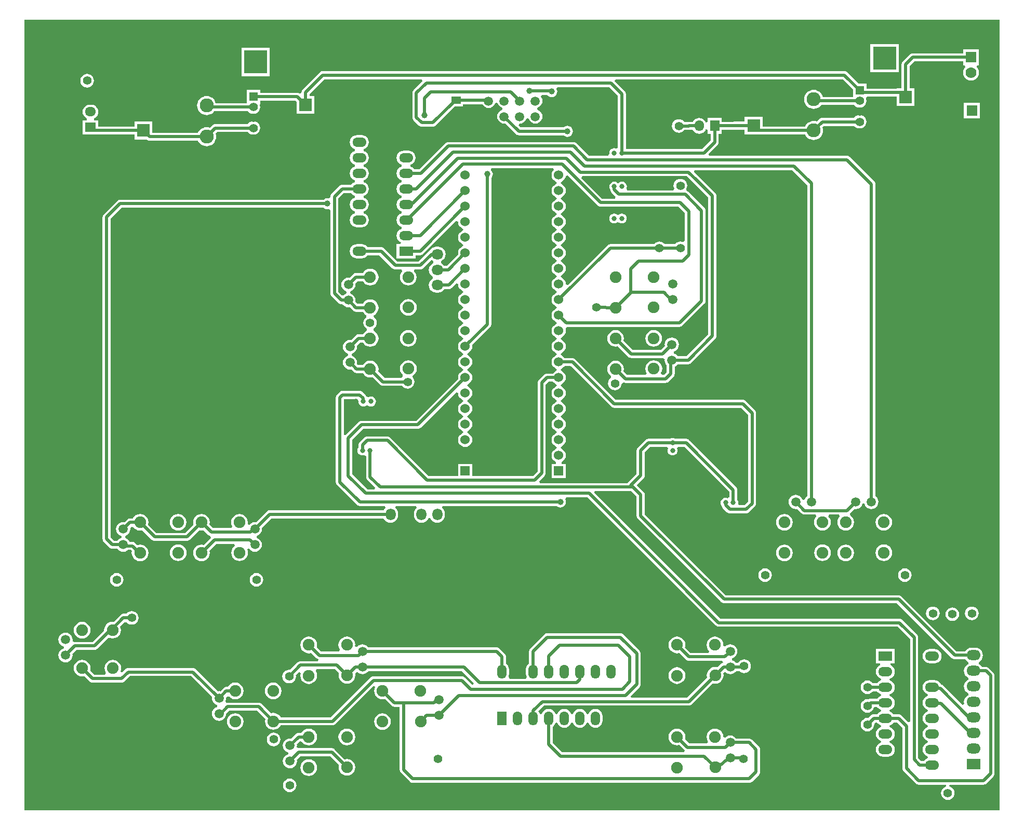
<source format=gbl>
G04*
G04 #@! TF.GenerationSoftware,Altium Limited,Altium Designer,21.3.2 (30)*
G04*
G04 Layer_Physical_Order=2*
G04 Layer_Color=16711680*
%FSTAX24Y24*%
%MOIN*%
G70*
G04*
G04 #@! TF.SameCoordinates,7536F4C1-D20E-4AD8-A34B-159FF933A109*
G04*
G04*
G04 #@! TF.FilePolarity,Positive*
G04*
G01*
G75*
%ADD47C,0.0197*%
%ADD48C,0.0591*%
%ADD49R,0.0551X0.0551*%
%ADD50C,0.0551*%
%ADD51R,0.0827X0.0827*%
%ADD52C,0.0827*%
%ADD53C,0.0900*%
%ADD54C,0.1500*%
%ADD55R,0.1500X0.1500*%
%ADD56C,0.0315*%
%ADD57C,0.0750*%
%ADD58O,0.0591X0.0512*%
%ADD59R,0.0591X0.0512*%
%ADD60R,0.0700X0.0600*%
%ADD61O,0.0700X0.0600*%
%ADD62O,0.0900X0.0650*%
%ADD63R,0.0900X0.0650*%
%ADD64O,0.0600X0.0900*%
%ADD65R,0.0600X0.0900*%
%ADD66R,0.0900X0.0600*%
%ADD67O,0.0900X0.0600*%
%ADD68O,0.0650X0.0750*%
%ADD69O,0.0750X0.0650*%
%ADD70O,0.0600X0.0700*%
%ADD71R,0.0600X0.0700*%
%ADD72C,0.0600*%
%ADD73R,0.0600X0.0600*%
%ADD74R,0.0700X0.0700*%
%ADD75C,0.0700*%
%ADD76C,0.0500*%
%ADD77C,0.0394*%
G36*
X07067Y002601D02*
X008101D01*
Y053359D01*
X07067D01*
Y002601D01*
D02*
G37*
%LPC*%
G36*
X064196Y051807D02*
X062382D01*
Y049993D01*
X064196D01*
Y051807D01*
D02*
G37*
G36*
X023846Y051557D02*
X022032D01*
Y049743D01*
X023846D01*
Y051557D01*
D02*
G37*
G36*
X069346Y051457D02*
X068331D01*
Y051208D01*
X065089D01*
X065022Y051199D01*
X06496Y051174D01*
X064906Y051133D01*
X064456Y050683D01*
X064415Y050629D01*
X06439Y050567D01*
X064381Y0505D01*
Y04896D01*
X064068D01*
Y04894D01*
X062122D01*
Y049253D01*
X061621D01*
X060892Y049983D01*
X060838Y050024D01*
X060776Y050049D01*
X060709Y050058D01*
X027239D01*
X027172Y050049D01*
X02711Y050024D01*
X027056Y049983D01*
X025956Y048883D01*
X025915Y048829D01*
X02589Y048767D01*
X025881Y0487D01*
Y048664D01*
X025763Y048624D01*
X025737Y048644D01*
X025675Y048669D01*
X025608Y048678D01*
X023222D01*
Y048853D01*
X022356D01*
Y048008D01*
X020376D01*
X020353Y048084D01*
X020297Y048189D01*
X020221Y048282D01*
X020128Y048358D01*
X020023Y048414D01*
X019908Y048449D01*
X019789Y04846D01*
X01967Y048449D01*
X019555Y048414D01*
X01945Y048358D01*
X019357Y048282D01*
X019281Y048189D01*
X019225Y048084D01*
X01919Y047969D01*
X019179Y04785D01*
X01919Y047731D01*
X019225Y047616D01*
X019281Y047511D01*
X019357Y047418D01*
X01945Y047342D01*
X019555Y047286D01*
X01967Y047251D01*
X019789Y04724D01*
X019908Y047251D01*
X020023Y047286D01*
X020128Y047342D01*
X020221Y047418D01*
X020281Y047492D01*
X022441D01*
X02248Y047441D01*
X022571Y047372D01*
X022676Y047328D01*
X022789Y047313D01*
X022902Y047328D01*
X023007Y047372D01*
X023098Y047441D01*
X023167Y047532D01*
X023211Y047637D01*
X023226Y04775D01*
X023211Y047863D01*
X023208Y047869D01*
X023222Y047987D01*
X023222D01*
Y048162D01*
X025501D01*
X025568Y048095D01*
Y047318D01*
X02671D01*
Y04846D01*
X026397D01*
Y048593D01*
X027346Y049542D01*
X033599D01*
X033648Y049424D01*
X033067Y048844D01*
X033026Y04879D01*
X033001Y048728D01*
X032992Y048661D01*
Y04709D01*
X033001Y047023D01*
X033026Y046961D01*
X033067Y046907D01*
X033407Y046567D01*
X033461Y046526D01*
X033523Y046501D01*
X03359Y046492D01*
X0343D01*
X034366Y046501D01*
X034429Y046526D01*
X034482Y046567D01*
X035701Y047787D01*
X036242D01*
Y047936D01*
X037481D01*
X03749Y047917D01*
X037562Y047822D01*
X037657Y047749D01*
X037767Y047704D01*
X037885Y047688D01*
X038003Y047704D01*
X038113Y047749D01*
X038208Y047822D01*
X038281Y047917D01*
X038326Y048027D01*
X038444D01*
X03849Y047917D01*
X038562Y047822D01*
X038657Y047749D01*
X038767Y047704D01*
Y047586D01*
X038657Y04754D01*
X038562Y047468D01*
X03849Y047373D01*
X038444Y047263D01*
X038428Y047145D01*
X038444Y047027D01*
X03849Y046917D01*
X038562Y046822D01*
X038657Y046749D01*
X038767Y046704D01*
X038885Y046688D01*
X038966Y046699D01*
X039647Y046017D01*
X039701Y045976D01*
X039763Y045951D01*
X03983Y045942D01*
X042695D01*
X042762Y04589D01*
X042848Y045855D01*
X042941Y045843D01*
X043033Y045855D01*
X04312Y04589D01*
X043194Y045947D01*
X04325Y046021D01*
X043286Y046108D01*
X043298Y0462D01*
X043286Y046293D01*
X04325Y046379D01*
X043194Y046453D01*
X04312Y04651D01*
X043033Y046545D01*
X042941Y046557D01*
X042848Y046545D01*
X042762Y04651D01*
X042695Y046458D01*
X039937D01*
X039817Y046578D01*
X039872Y04669D01*
X039885Y046688D01*
X040003Y046704D01*
X040113Y046749D01*
X040208Y046822D01*
X040281Y046917D01*
X040326Y047027D01*
X040444D01*
X04049Y046917D01*
X040562Y046822D01*
X040657Y046749D01*
X040767Y046704D01*
X040885Y046688D01*
X041003Y046704D01*
X041113Y046749D01*
X041208Y046822D01*
X041281Y046917D01*
X041326Y047027D01*
X041342Y047145D01*
X041326Y047263D01*
X041281Y047373D01*
X041208Y047468D01*
X041113Y04754D01*
X041003Y047586D01*
Y047704D01*
X041113Y047749D01*
X041208Y047822D01*
X041281Y047917D01*
X041326Y048027D01*
X041342Y048145D01*
X041326Y048263D01*
X041281Y048373D01*
X041242Y048424D01*
X041298Y048542D01*
X041652D01*
X041686Y048497D01*
X04176Y04844D01*
X041846Y048405D01*
X041939Y048393D01*
X042031Y048405D01*
X042118Y04844D01*
X042192Y048497D01*
X042248Y048571D01*
X042284Y048657D01*
X042296Y04875D01*
X042284Y048843D01*
X042248Y048929D01*
X042311Y049042D01*
X045632D01*
X046173Y048501D01*
Y045166D01*
X046156Y045145D01*
X046055Y045093D01*
X046021Y045107D01*
X045939Y045118D01*
X045857Y045107D01*
X04578Y045075D01*
X045714Y045025D01*
X045664Y044959D01*
X045632Y044882D01*
X045621Y0448D01*
X045627Y044756D01*
X045569Y044665D01*
X045537Y044638D01*
X044323D01*
X043529Y045433D01*
X043475Y045474D01*
X043413Y045499D01*
X043346Y045508D01*
X035289D01*
X035222Y045499D01*
X03516Y045474D01*
X035106Y045433D01*
X033432Y043758D01*
X033118D01*
X033065Y043826D01*
X03297Y0439D01*
X032876Y043938D01*
X032867Y044D01*
X032876Y044062D01*
X03297Y0441D01*
X033065Y044174D01*
X033139Y044269D01*
X033185Y044381D01*
X0332Y0445D01*
X033185Y044619D01*
X033139Y044731D01*
X033065Y044826D01*
X03297Y0449D01*
X032858Y044946D01*
X032739Y044961D01*
X032439D01*
X03232Y044946D01*
X032208Y0449D01*
X032113Y044826D01*
X032039Y044731D01*
X031993Y044619D01*
X031978Y0445D01*
X031993Y044381D01*
X032039Y044269D01*
X032113Y044174D01*
X032208Y0441D01*
X032302Y044062D01*
X032311Y044D01*
X032302Y043938D01*
X032208Y0439D01*
X032113Y043826D01*
X032039Y043731D01*
X031993Y043619D01*
X031978Y0435D01*
X031993Y043381D01*
X032039Y043269D01*
X032113Y043174D01*
X032208Y0431D01*
X032302Y043062D01*
X032311Y043D01*
X032302Y042938D01*
X032208Y0429D01*
X032113Y042826D01*
X032039Y042731D01*
X031993Y042619D01*
X031978Y0425D01*
X031993Y042381D01*
X032039Y042269D01*
X032113Y042174D01*
X032208Y0421D01*
X032302Y042062D01*
X032311Y042D01*
X032302Y041938D01*
X032208Y0419D01*
X032113Y041826D01*
X032039Y041731D01*
X031993Y041619D01*
X031978Y0415D01*
X031993Y041381D01*
X032039Y041269D01*
X032113Y041174D01*
X032208Y0411D01*
X032302Y041062D01*
X032311Y041D01*
X032302Y040938D01*
X032208Y0409D01*
X032113Y040826D01*
X032039Y040731D01*
X031993Y040619D01*
X031978Y0405D01*
X031993Y040381D01*
X032039Y040269D01*
X032113Y040174D01*
X032208Y0401D01*
X032302Y040062D01*
X032311Y04D01*
X032302Y039938D01*
X032208Y0399D01*
X032113Y039826D01*
X032039Y039731D01*
X031993Y039619D01*
X031978Y0395D01*
X031993Y039381D01*
X032039Y039269D01*
X032113Y039174D01*
X032208Y0391D01*
X032268Y039076D01*
X032245Y038957D01*
X031981D01*
Y038043D01*
X033196D01*
Y038242D01*
X0335D01*
X033567Y038251D01*
X033629Y038276D01*
X033683Y038317D01*
X035813Y040448D01*
X035925Y040393D01*
X035924Y040385D01*
X035939Y040266D01*
X035985Y040154D01*
X036059Y040059D01*
X036154Y039985D01*
X036248Y039947D01*
X036257Y039885D01*
X036248Y039823D01*
X036154Y039785D01*
X036059Y039711D01*
X035985Y039616D01*
X035939Y039504D01*
X035924Y039385D01*
X035939Y039266D01*
X035985Y039154D01*
X036059Y039059D01*
X036154Y038985D01*
X036248Y038947D01*
X036257Y038885D01*
X036248Y038823D01*
X036154Y038785D01*
X036059Y038711D01*
X035985Y038616D01*
X035939Y038504D01*
X035924Y038385D01*
X035935Y0383D01*
X035193Y037558D01*
X035049D01*
X034983Y037644D01*
X034882Y037721D01*
X034835Y037741D01*
Y037869D01*
X034882Y037889D01*
X034983Y037966D01*
X03506Y038067D01*
X035109Y038184D01*
X035126Y03831D01*
X035109Y038436D01*
X03506Y038553D01*
X034983Y038654D01*
X034882Y038731D01*
X034765Y03878D01*
X034639Y038797D01*
X034539D01*
X034413Y03878D01*
X034296Y038731D01*
X034195Y038654D01*
X034118Y038553D01*
X034113Y038543D01*
X034091Y038534D01*
X034038Y038493D01*
X033393Y037848D01*
X032006D01*
X031171Y038683D01*
X031118Y038724D01*
X031056Y038749D01*
X030989Y038758D01*
X030118D01*
X030065Y038826D01*
X02997Y0389D01*
X029858Y038946D01*
X029739Y038961D01*
X029439D01*
X02932Y038946D01*
X029208Y0389D01*
X029113Y038826D01*
X029039Y038731D01*
X028993Y038619D01*
X028978Y0385D01*
X028993Y038381D01*
X029039Y038269D01*
X029113Y038174D01*
X029208Y0381D01*
X02932Y038054D01*
X029439Y038039D01*
X029739D01*
X029858Y038054D01*
X02997Y0381D01*
X030065Y038174D01*
X030118Y038242D01*
X030882D01*
X031717Y037407D01*
X03177Y037366D01*
X031832Y03734D01*
X031899Y037332D01*
X032302D01*
X032341Y037232D01*
X032344Y037214D01*
X032262Y037106D01*
X032208Y036977D01*
X03219Y036838D01*
X032208Y036699D01*
X032262Y036569D01*
X032347Y036458D01*
X032458Y036373D01*
X032588Y036319D01*
X032727Y036301D01*
X032866Y036319D01*
X032996Y036373D01*
X033107Y036458D01*
X033192Y036569D01*
X033246Y036699D01*
X033264Y036838D01*
X033246Y036977D01*
X033192Y037106D01*
X03311Y037214D01*
X033113Y037232D01*
X033152Y037332D01*
X0335D01*
X033567Y03734D01*
X033629Y037366D01*
X033683Y037407D01*
X034221Y037946D01*
X034296Y037889D01*
X034343Y037869D01*
Y037741D01*
X034296Y037721D01*
X034195Y037644D01*
X034118Y037543D01*
X034069Y037426D01*
X034052Y0373D01*
X034069Y037174D01*
X034118Y037057D01*
X034195Y036956D01*
X034296Y036879D01*
X034307Y036874D01*
Y036746D01*
X034296Y036741D01*
X034195Y036664D01*
X034118Y036563D01*
X034069Y036446D01*
X034052Y03632D01*
X034069Y036194D01*
X034118Y036077D01*
X034195Y035976D01*
X034296Y035899D01*
X034413Y03585D01*
X034539Y035833D01*
X034639D01*
X034765Y03585D01*
X034882Y035899D01*
X034983Y035976D01*
X035049Y036062D01*
X03532D01*
X035387Y036071D01*
X035449Y036096D01*
X035503Y036137D01*
X035813Y036448D01*
X035925Y036393D01*
X035924Y036385D01*
X035939Y036266D01*
X035985Y036154D01*
X036059Y036059D01*
X036154Y035985D01*
X036248Y035947D01*
X036257Y035885D01*
X036248Y035823D01*
X036154Y035785D01*
X036059Y035711D01*
X035985Y035616D01*
X035939Y035504D01*
X035924Y035385D01*
X035939Y035266D01*
X035985Y035154D01*
X036059Y035059D01*
X036154Y034985D01*
X036248Y034947D01*
X036257Y034885D01*
X036248Y034823D01*
X036154Y034785D01*
X036059Y034711D01*
X035985Y034616D01*
X035939Y034504D01*
X035924Y034385D01*
X035939Y034266D01*
X035985Y034154D01*
X036059Y034059D01*
X036154Y033985D01*
X036248Y033947D01*
X036257Y033885D01*
X036248Y033823D01*
X036154Y033785D01*
X036059Y033711D01*
X035985Y033616D01*
X035939Y033504D01*
X035924Y033385D01*
X035939Y033266D01*
X035985Y033154D01*
X036059Y033059D01*
X036154Y032985D01*
X036248Y032947D01*
X036257Y032885D01*
X036248Y032823D01*
X036154Y032785D01*
X036059Y032711D01*
X035985Y032616D01*
X035939Y032504D01*
X035924Y032385D01*
X035939Y032266D01*
X035985Y032154D01*
X036059Y032059D01*
X036154Y031985D01*
X036248Y031947D01*
X036257Y031885D01*
X036248Y031823D01*
X036154Y031785D01*
X036059Y031711D01*
X035985Y031616D01*
X035939Y031504D01*
X035924Y031385D01*
X035939Y031266D01*
X035985Y031154D01*
X036059Y031059D01*
X036154Y030985D01*
X036248Y030947D01*
X036257Y030885D01*
X036248Y030823D01*
X036154Y030785D01*
X036059Y030711D01*
X035985Y030616D01*
X035939Y030504D01*
X035924Y030385D01*
X035935Y0303D01*
X033243Y027608D01*
X02973D01*
X029663Y027599D01*
X029601Y027574D01*
X029547Y027533D01*
X028715Y0267D01*
X028646Y026715D01*
X028597Y026746D01*
Y028993D01*
X028616Y029012D01*
X029445D01*
X029482Y028981D01*
X029536Y028904D01*
X029529Y02885D01*
X02954Y028768D01*
X029572Y028691D01*
X029622Y028625D01*
X029688Y028575D01*
X029765Y028543D01*
X029847Y028532D01*
X029929Y028543D01*
X030006Y028575D01*
X030071Y028625D01*
X030114D01*
X03018Y028575D01*
X030257Y028543D01*
X030339Y028532D01*
X030421Y028543D01*
X030498Y028575D01*
X030564Y028625D01*
X030614Y028691D01*
X030646Y028768D01*
X030657Y02885D01*
X030646Y028932D01*
X030614Y029009D01*
X030564Y029075D01*
X030498Y029125D01*
X030421Y029157D01*
X030339Y029168D01*
X030257Y029157D01*
X030193Y02913D01*
X030167Y029131D01*
X030055Y029178D01*
X030048Y029194D01*
X030007Y029247D01*
X029801Y029453D01*
X029748Y029494D01*
X029686Y029519D01*
X029619Y029528D01*
X028509D01*
X028442Y029519D01*
X02838Y029494D01*
X028326Y029453D01*
X028156Y029283D01*
X028115Y029229D01*
X02809Y029167D01*
X028081Y0291D01*
Y023681D01*
X02809Y023614D01*
X028115Y023552D01*
X028156Y023499D01*
X029437Y022217D01*
X029491Y022176D01*
X029553Y022151D01*
X02962Y022142D01*
X031243D01*
X031284Y022024D01*
X031245Y021994D01*
X031168Y021893D01*
X031153Y021858D01*
X023839D01*
X023772Y021849D01*
X02371Y021824D01*
X023656Y021783D01*
X02297Y021096D01*
X022889Y021107D01*
X022771Y021091D01*
X022661Y021045D01*
X022566Y020973D01*
X022533Y020929D01*
X022423Y02098D01*
X022437Y02109D01*
X022419Y021229D01*
X022365Y021358D01*
X02228Y02147D01*
X022169Y021555D01*
X022039Y021609D01*
X0219Y021627D01*
X021761Y021609D01*
X021632Y021555D01*
X02152Y02147D01*
X021435Y021358D01*
X021381Y021229D01*
X021363Y02109D01*
X021381Y020951D01*
X021429Y020835D01*
X021389Y020728D01*
X021384Y020717D01*
X020197D01*
X019974Y02094D01*
X019978Y020951D01*
X019996Y02109D01*
X019978Y021229D01*
X019924Y021358D01*
X019839Y02147D01*
X019728Y021555D01*
X019598Y021609D01*
X019459Y021627D01*
X01932Y021609D01*
X019191Y021555D01*
X019079Y02147D01*
X018994Y021358D01*
X01894Y021229D01*
X018922Y02109D01*
X01894Y020951D01*
X018945Y02094D01*
X018413Y020408D01*
X016569D01*
X016037Y02094D01*
X016041Y020951D01*
X016059Y02109D01*
X016041Y021229D01*
X015987Y021358D01*
X015902Y02147D01*
X015791Y021555D01*
X015661Y021609D01*
X015522Y021627D01*
X015383Y021609D01*
X015254Y021555D01*
X015142Y02147D01*
X015057Y021358D01*
X015053Y021348D01*
X014879D01*
X014812Y021339D01*
X01475Y021313D01*
X014696Y021272D01*
X01452Y021096D01*
X014439Y021107D01*
X014321Y021091D01*
X014211Y021045D01*
X014116Y020973D01*
X014044Y020878D01*
X013998Y020768D01*
X013982Y02065D01*
X013998Y020532D01*
X014044Y020422D01*
X014116Y020327D01*
X014211Y020255D01*
X014321Y020209D01*
Y020091D01*
X014211Y020045D01*
X014116Y019973D01*
X014066Y019908D01*
X013846D01*
X013629Y020125D01*
Y040575D01*
X014346Y041292D01*
X027291D01*
X027358Y04124D01*
X027444Y041205D01*
X027536Y041193D01*
X027613Y041203D01*
X027643Y041193D01*
X027731Y041119D01*
Y0358D01*
X02774Y035733D01*
X027765Y035671D01*
X027806Y035617D01*
X028256Y035167D01*
X02831Y035126D01*
X028372Y035101D01*
X028439Y035092D01*
X028516D01*
X028566Y035027D01*
X028661Y034955D01*
X028771Y034909D01*
X028889Y034893D01*
X02897Y034904D01*
X029187Y034687D01*
X029241Y034646D01*
X029303Y03462D01*
X02937Y034611D01*
X029817D01*
X029821Y034601D01*
X029906Y03449D01*
X030017Y034404D01*
X030038Y034396D01*
X03005Y034336D01*
X030045Y034265D01*
X029972Y034209D01*
X029903Y034118D01*
X029859Y034013D01*
X029844Y0339D01*
X029859Y033787D01*
X029903Y033682D01*
X029972Y033591D01*
X030063Y033522D01*
X030074Y033517D01*
Y033389D01*
X030017Y033366D01*
X029906Y033281D01*
X029821Y033169D01*
X029817Y033159D01*
X02954D01*
X029473Y03315D01*
X029411Y033124D01*
X029357Y033083D01*
X02907Y032796D01*
X028989Y032807D01*
X028871Y032791D01*
X028761Y032745D01*
X028666Y032673D01*
X028593Y032578D01*
X028548Y032468D01*
X028532Y03235D01*
X028548Y032232D01*
X028593Y032122D01*
X028666Y032027D01*
X028761Y031955D01*
X028871Y031909D01*
Y031791D01*
X028761Y031745D01*
X028666Y031673D01*
X028593Y031578D01*
X028548Y031468D01*
X028532Y03135D01*
X028548Y031232D01*
X028593Y031122D01*
X028666Y031027D01*
X028761Y030955D01*
X028871Y030909D01*
X028989Y030893D01*
X02907Y030904D01*
X029224Y03075D01*
X029278Y030709D01*
X02934Y030683D01*
X029407Y030674D01*
X029817D01*
X029821Y030664D01*
X029906Y030553D01*
X030017Y030467D01*
X030147Y030414D01*
X030286Y030395D01*
X030425Y030414D01*
X030435Y030418D01*
X030928Y029925D01*
X030981Y029884D01*
X031044Y029859D01*
X03111Y02985D01*
X032341D01*
X03238Y029799D01*
X032471Y02973D01*
X032576Y029686D01*
X032689Y029671D01*
X032802Y029686D01*
X032907Y02973D01*
X032998Y029799D01*
X033067Y029889D01*
X033111Y029995D01*
X033126Y030108D01*
X033111Y030221D01*
X033067Y030326D01*
X033034Y03037D01*
X033014Y030448D01*
X033053Y030523D01*
X033116Y030571D01*
X033201Y030682D01*
X033255Y030812D01*
X033273Y030951D01*
X033255Y03109D01*
X033201Y031219D01*
X033116Y031331D01*
X033005Y031416D01*
X032875Y03147D01*
X032736Y031488D01*
X032597Y03147D01*
X032467Y031416D01*
X032356Y031331D01*
X032271Y031219D01*
X032217Y03109D01*
X032199Y030951D01*
X032217Y030812D01*
X032271Y030682D01*
X032356Y030571D01*
X032359Y03045D01*
X032283Y030366D01*
X031217D01*
X0308Y030783D01*
X030805Y030793D01*
X030823Y030932D01*
X030805Y031071D01*
X030751Y031201D01*
X030666Y031312D01*
X030555Y031397D01*
X030425Y031451D01*
X030286Y031469D01*
X030147Y031451D01*
X030017Y031397D01*
X029906Y031312D01*
X029821Y031201D01*
X029817Y03119D01*
X029516D01*
X029436Y031276D01*
X029446Y03135D01*
X02943Y031468D01*
X029384Y031578D01*
X029312Y031673D01*
X029217Y031745D01*
X029107Y031791D01*
Y031909D01*
X029217Y031955D01*
X029312Y032027D01*
X029384Y032122D01*
X02943Y032232D01*
X029446Y03235D01*
X029435Y032431D01*
X029647Y032643D01*
X029817D01*
X029821Y032632D01*
X029906Y032521D01*
X030017Y032436D01*
X030147Y032382D01*
X030286Y032364D01*
X030425Y032382D01*
X030555Y032436D01*
X030666Y032521D01*
X030751Y032632D01*
X030805Y032762D01*
X030823Y032901D01*
X030805Y03304D01*
X030751Y033169D01*
X030666Y033281D01*
X030555Y033366D01*
X030493Y033391D01*
Y033519D01*
X030499Y033522D01*
X03059Y033591D01*
X030659Y033682D01*
X030703Y033787D01*
X030718Y0339D01*
X030703Y034013D01*
X030659Y034118D01*
X03059Y034209D01*
X03052Y034262D01*
X030516Y034343D01*
X030529Y034394D01*
X030555Y034404D01*
X030666Y03449D01*
X030751Y034601D01*
X030805Y03473D01*
X030823Y034869D01*
X030805Y035008D01*
X030751Y035138D01*
X030666Y035249D01*
X030555Y035334D01*
X030425Y035388D01*
X030286Y035406D01*
X030147Y035388D01*
X030017Y035334D01*
X029906Y035249D01*
X029821Y035138D01*
X029817Y035127D01*
X029477D01*
X029335Y035269D01*
X029346Y03535D01*
X02933Y035468D01*
X029284Y035578D01*
X029212Y035673D01*
X029117Y035745D01*
X029007Y035791D01*
Y035909D01*
X029117Y035955D01*
X029212Y036027D01*
X029284Y036122D01*
X02933Y036232D01*
X029346Y03635D01*
X029335Y036431D01*
X029484Y03658D01*
X029817D01*
X029821Y036569D01*
X029906Y036458D01*
X030017Y036373D01*
X030147Y036319D01*
X030286Y036301D01*
X030425Y036319D01*
X030555Y036373D01*
X030666Y036458D01*
X030751Y036569D01*
X030805Y036699D01*
X030823Y036838D01*
X030805Y036977D01*
X030751Y037106D01*
X030666Y037218D01*
X030555Y037303D01*
X030425Y037357D01*
X030286Y037375D01*
X030147Y037357D01*
X030017Y037303D01*
X029906Y037218D01*
X029821Y037106D01*
X029817Y037096D01*
X029377D01*
X02931Y037087D01*
X029248Y037061D01*
X029194Y03702D01*
X02897Y036796D01*
X028889Y036807D01*
X028771Y036791D01*
X028661Y036745D01*
X028566Y036673D01*
X028493Y036578D01*
X028448Y036468D01*
X028432Y03635D01*
X028448Y036232D01*
X028493Y036122D01*
X028566Y036027D01*
X028661Y035955D01*
X028771Y035909D01*
Y035791D01*
X028661Y035745D01*
X028566Y035673D01*
X028486Y035668D01*
X028247Y035907D01*
Y041893D01*
X028596Y042242D01*
X02906D01*
X029113Y042174D01*
X029208Y0421D01*
X029302Y042062D01*
X029311Y042D01*
X029302Y041938D01*
X029208Y0419D01*
X029113Y041826D01*
X029039Y041731D01*
X028993Y041619D01*
X028978Y0415D01*
X028993Y041381D01*
X029039Y041269D01*
X029113Y041174D01*
X029208Y0411D01*
X029302Y041062D01*
X029311Y041D01*
X029302Y040938D01*
X029208Y0409D01*
X029113Y040826D01*
X029039Y040731D01*
X028993Y040619D01*
X028978Y0405D01*
X028993Y040381D01*
X029039Y040269D01*
X029113Y040174D01*
X029208Y0401D01*
X02932Y040054D01*
X029439Y040039D01*
X029739D01*
X029858Y040054D01*
X02997Y0401D01*
X030065Y040174D01*
X030139Y040269D01*
X030185Y040381D01*
X0302Y0405D01*
X030185Y040619D01*
X030139Y040731D01*
X030065Y040826D01*
X02997Y0409D01*
X029876Y040938D01*
X029867Y041D01*
X029876Y041062D01*
X02997Y0411D01*
X030065Y041174D01*
X030139Y041269D01*
X030185Y041381D01*
X0302Y0415D01*
X030185Y041619D01*
X030139Y041731D01*
X030065Y041826D01*
X02997Y0419D01*
X029876Y041938D01*
X029867Y042D01*
X029876Y042062D01*
X02997Y0421D01*
X030065Y042174D01*
X030139Y042269D01*
X030185Y042381D01*
X0302Y0425D01*
X030185Y042619D01*
X030139Y042731D01*
X030065Y042826D01*
X02997Y0429D01*
X029876Y042938D01*
X029867Y043D01*
X029876Y043062D01*
X02997Y0431D01*
X030065Y043174D01*
X030139Y043269D01*
X030185Y043381D01*
X0302Y0435D01*
X030185Y043619D01*
X030139Y043731D01*
X030065Y043826D01*
X02997Y0439D01*
X029876Y043938D01*
X029867Y044D01*
X029876Y044062D01*
X02997Y0441D01*
X030065Y044174D01*
X030139Y044269D01*
X030185Y044381D01*
X0302Y0445D01*
X030185Y044619D01*
X030139Y044731D01*
X030065Y044826D01*
X02997Y0449D01*
X029876Y044938D01*
X029867Y045D01*
X029876Y045062D01*
X02997Y0451D01*
X030065Y045174D01*
X030139Y045269D01*
X030185Y045381D01*
X0302Y0455D01*
X030185Y045619D01*
X030139Y045731D01*
X030065Y045826D01*
X02997Y0459D01*
X029858Y045946D01*
X029739Y045961D01*
X029439D01*
X02932Y045946D01*
X029208Y0459D01*
X029113Y045826D01*
X029039Y045731D01*
X028993Y045619D01*
X028978Y0455D01*
X028993Y045381D01*
X029039Y045269D01*
X029113Y045174D01*
X029208Y0451D01*
X029302Y045062D01*
X029311Y045D01*
X029302Y044938D01*
X029208Y0449D01*
X029113Y044826D01*
X029039Y044731D01*
X028993Y044619D01*
X028978Y0445D01*
X028993Y044381D01*
X029039Y044269D01*
X029113Y044174D01*
X029208Y0441D01*
X029302Y044062D01*
X029311Y044D01*
X029302Y043938D01*
X029208Y0439D01*
X029113Y043826D01*
X029039Y043731D01*
X028993Y043619D01*
X028978Y0435D01*
X028993Y043381D01*
X029039Y043269D01*
X029113Y043174D01*
X029208Y0431D01*
X029302Y043062D01*
X029311Y043D01*
X029302Y042938D01*
X029208Y0429D01*
X029113Y042826D01*
X02906Y042758D01*
X028489D01*
X028422Y042749D01*
X02836Y042724D01*
X028306Y042683D01*
X027806Y042183D01*
X027765Y042129D01*
X02774Y042067D01*
X027731Y042D01*
Y041981D01*
X027643Y041907D01*
X027613Y041897D01*
X027536Y041907D01*
X027444Y041895D01*
X027358Y04186D01*
X027291Y041808D01*
X014239D01*
X014172Y041799D01*
X01411Y041774D01*
X014056Y041733D01*
X013188Y040864D01*
X013147Y040811D01*
X013121Y040748D01*
X013112Y040682D01*
Y020018D01*
X013121Y019952D01*
X013147Y019889D01*
X013188Y019836D01*
X013556Y019467D01*
X01361Y019426D01*
X013672Y019401D01*
X013739Y019392D01*
X014066D01*
X014116Y019327D01*
X014211Y019255D01*
X014321Y019209D01*
X014439Y019193D01*
X014557Y019209D01*
X014667Y019255D01*
X014748Y019317D01*
X01492D01*
X015Y019231D01*
X014985Y019121D01*
X015003Y018982D01*
X015057Y018853D01*
X015142Y018741D01*
X015254Y018656D01*
X015383Y018602D01*
X015522Y018584D01*
X015661Y018602D01*
X015791Y018656D01*
X015902Y018741D01*
X015987Y018853D01*
X016041Y018982D01*
X016059Y019121D01*
X016041Y01926D01*
X015987Y01939D01*
X015902Y019501D01*
X015791Y019586D01*
X015661Y01964D01*
X015522Y019658D01*
X015383Y01964D01*
X015344Y019624D01*
X01521Y019757D01*
X015157Y019798D01*
X015095Y019824D01*
X015028Y019833D01*
X014853D01*
X014834Y019878D01*
X014762Y019973D01*
X014667Y020045D01*
X014557Y020091D01*
Y020209D01*
X014667Y020255D01*
X014762Y020327D01*
X014834Y020422D01*
X01488Y020532D01*
X014896Y02065D01*
X014887Y020713D01*
X01497Y020791D01*
X015088Y020781D01*
X015142Y02071D01*
X015254Y020625D01*
X015383Y020571D01*
X015522Y020553D01*
X015661Y020571D01*
X015672Y020575D01*
X016279Y019967D01*
X016333Y019926D01*
X016395Y019901D01*
X016462Y019892D01*
X01852D01*
X018586Y019901D01*
X018649Y019926D01*
X018702Y019967D01*
X01931Y020575D01*
X01932Y020571D01*
X019459Y020553D01*
X019598Y020571D01*
X019609Y020575D01*
X019908Y020276D01*
X019961Y020235D01*
X020023Y02021D01*
X020059Y020086D01*
X019609Y019636D01*
X019598Y01964D01*
X019459Y019658D01*
X01932Y01964D01*
X019191Y019586D01*
X019079Y019501D01*
X018994Y01939D01*
X01894Y01926D01*
X018922Y019121D01*
X01894Y018982D01*
X018994Y018853D01*
X019079Y018741D01*
X019191Y018656D01*
X01932Y018602D01*
X019459Y018584D01*
X019598Y018602D01*
X019728Y018656D01*
X019839Y018741D01*
X019924Y018853D01*
X019978Y018982D01*
X019996Y019121D01*
X019978Y01926D01*
X019974Y019271D01*
X020395Y019692D01*
X02156D01*
X0216Y019574D01*
X021529Y01952D01*
X021444Y019408D01*
X02139Y019279D01*
X021372Y01914D01*
X02139Y019001D01*
X021444Y018871D01*
X021529Y01876D01*
X021641Y018675D01*
X02177Y018621D01*
X021909Y018603D01*
X022048Y018621D01*
X022178Y018675D01*
X022289Y01876D01*
X022374Y018871D01*
X022428Y019001D01*
X022446Y01914D01*
X022428Y019279D01*
X02239Y019371D01*
X022494Y019422D01*
X022566Y019327D01*
X022661Y019255D01*
X022771Y019209D01*
X022889Y019193D01*
X023007Y019209D01*
X023117Y019255D01*
X023212Y019327D01*
X023284Y019422D01*
X02333Y019532D01*
X023346Y01965D01*
X02333Y019768D01*
X023284Y019878D01*
X023212Y019973D01*
X023117Y020045D01*
X023007Y020091D01*
Y020209D01*
X023117Y020255D01*
X023212Y020327D01*
X023284Y020422D01*
X02333Y020532D01*
X023346Y02065D01*
X023335Y020731D01*
X023946Y021342D01*
X031153D01*
X031168Y021307D01*
X031245Y021206D01*
X031346Y021129D01*
X031463Y02108D01*
X031589Y021063D01*
X031715Y02108D01*
X031832Y021129D01*
X031933Y021206D01*
X03201Y021307D01*
X032059Y021424D01*
X032076Y02155D01*
Y02165D01*
X032059Y021776D01*
X03201Y021893D01*
X031933Y021994D01*
X031894Y022024D01*
X031935Y022142D01*
X033233D01*
X033274Y022024D01*
X033235Y021994D01*
X033158Y021893D01*
X033109Y021776D01*
X033092Y02165D01*
Y02155D01*
X033109Y021424D01*
X033158Y021307D01*
X033235Y021206D01*
X033336Y021129D01*
X033453Y02108D01*
X033579Y021063D01*
X033705Y02108D01*
X033822Y021129D01*
X033923Y021206D01*
X034Y021307D01*
X03402Y021354D01*
X034148D01*
X034168Y021307D01*
X034245Y021206D01*
X034346Y021129D01*
X034463Y02108D01*
X034589Y021063D01*
X034715Y02108D01*
X034832Y021129D01*
X034933Y021206D01*
X03501Y021307D01*
X035059Y021424D01*
X035076Y02155D01*
Y02165D01*
X035059Y021776D01*
X03501Y021893D01*
X034933Y021994D01*
X034894Y022024D01*
X034935Y022142D01*
X042243D01*
X04231Y02209D01*
X042396Y022055D01*
X042489Y022043D01*
X042581Y022055D01*
X042668Y02209D01*
X042742Y022147D01*
X042798Y022221D01*
X042834Y022308D01*
X042846Y0224D01*
X042834Y022492D01*
X042798Y022579D01*
X04286Y022692D01*
X044232D01*
X052466Y014457D01*
X05252Y014416D01*
X052582Y014391D01*
X052649Y014382D01*
X064142D01*
X064931Y013593D01*
Y008291D01*
X064813Y008242D01*
X064373Y008683D01*
X064319Y008724D01*
X064257Y008749D01*
X06419Y008758D01*
X063868D01*
X063815Y008826D01*
X06372Y0089D01*
X063626Y008938D01*
X063617Y009D01*
X063626Y009062D01*
X06372Y0091D01*
X063815Y009174D01*
X063889Y009269D01*
X063935Y009381D01*
X06395Y0095D01*
X063935Y009619D01*
X063889Y009731D01*
X063815Y009826D01*
X06372Y0099D01*
X063626Y009938D01*
X063617Y01D01*
X063626Y010062D01*
X06372Y0101D01*
X063815Y010174D01*
X063889Y010269D01*
X063935Y010381D01*
X06395Y0105D01*
X063935Y010619D01*
X063889Y010731D01*
X063815Y010826D01*
X06372Y0109D01*
X063626Y010938D01*
X063617Y011D01*
X063626Y011062D01*
X06372Y0111D01*
X063815Y011174D01*
X063889Y011269D01*
X063935Y011381D01*
X06395Y0115D01*
X063935Y011619D01*
X063889Y011731D01*
X063815Y011826D01*
X06372Y0119D01*
X06366Y011924D01*
X063683Y012043D01*
X063946D01*
Y012957D01*
X062731D01*
Y012043D01*
X062995D01*
X063018Y011924D01*
X062958Y0119D01*
X062863Y011826D01*
X062789Y011731D01*
X062743Y011619D01*
X062728Y0115D01*
X062743Y011381D01*
X062789Y011269D01*
X062863Y011174D01*
X062958Y0111D01*
X063052Y011062D01*
X063061Y011D01*
X063052Y010938D01*
X062958Y0109D01*
X062863Y010826D01*
X06281Y010758D01*
X062545D01*
X062506Y010809D01*
X062415Y010878D01*
X06231Y010922D01*
X062197Y010937D01*
X062084Y010922D01*
X061978Y010878D01*
X061888Y010809D01*
X061819Y010718D01*
X061775Y010613D01*
X06176Y0105D01*
X061775Y010387D01*
X061819Y010282D01*
X061888Y010191D01*
X061978Y010122D01*
X062084Y010078D01*
X062197Y010063D01*
X06231Y010078D01*
X062415Y010122D01*
X062506Y010191D01*
X062545Y010242D01*
X06281D01*
X062863Y010174D01*
X062958Y0101D01*
X063052Y010062D01*
X063061Y01D01*
X063052Y009938D01*
X062958Y0099D01*
X062863Y009826D01*
X06281Y009758D01*
X062397D01*
X06233Y009749D01*
X062275Y009727D01*
X062197Y009737D01*
X062084Y009722D01*
X061978Y009678D01*
X061888Y009609D01*
X061819Y009518D01*
X061775Y009413D01*
X06176Y0093D01*
X061775Y009187D01*
X061819Y009082D01*
X061888Y008991D01*
X061978Y008922D01*
X062084Y008878D01*
X062197Y008863D01*
X06231Y008878D01*
X062415Y008922D01*
X062506Y008991D01*
X062575Y009082D01*
X062619Y009187D01*
X062626Y009242D01*
X06281D01*
X062863Y009174D01*
X062958Y0091D01*
X063052Y009062D01*
X063061Y009D01*
X063052Y008938D01*
X062958Y0089D01*
X062863Y008826D01*
X06281Y008758D01*
X062597D01*
X06253Y008749D01*
X062468Y008724D01*
X062414Y008683D01*
X06226Y008528D01*
X062197Y008537D01*
X062084Y008522D01*
X061978Y008478D01*
X061888Y008409D01*
X061819Y008318D01*
X061775Y008213D01*
X06176Y0081D01*
X061775Y007987D01*
X061819Y007882D01*
X061888Y007791D01*
X061978Y007722D01*
X062084Y007678D01*
X062197Y007663D01*
X06231Y007678D01*
X062415Y007722D01*
X062506Y007791D01*
X062575Y007882D01*
X062619Y007987D01*
X062634Y0081D01*
X062627Y008151D01*
X062704Y008235D01*
X062819Y00823D01*
X062863Y008174D01*
X062958Y0081D01*
X063052Y008062D01*
X063061Y008D01*
X063052Y007938D01*
X062958Y0079D01*
X062863Y007826D01*
X062789Y007731D01*
X062743Y007619D01*
X062728Y0075D01*
X062743Y007381D01*
X062789Y007269D01*
X062863Y007174D01*
X062958Y0071D01*
X063052Y007062D01*
X063061Y007D01*
X063052Y006938D01*
X062958Y0069D01*
X062863Y006826D01*
X062789Y006731D01*
X062743Y006619D01*
X062728Y0065D01*
X062743Y006381D01*
X062789Y006269D01*
X062863Y006174D01*
X062958Y0061D01*
X06307Y006054D01*
X063189Y006039D01*
X063489D01*
X063608Y006054D01*
X06372Y0061D01*
X063815Y006174D01*
X063889Y006269D01*
X063935Y006381D01*
X06395Y0065D01*
X063935Y006619D01*
X063889Y006731D01*
X063815Y006826D01*
X06372Y0069D01*
X063626Y006938D01*
X063617Y007D01*
X063626Y007062D01*
X06372Y0071D01*
X063815Y007174D01*
X063889Y007269D01*
X063935Y007381D01*
X06395Y0075D01*
X063935Y007619D01*
X063889Y007731D01*
X063815Y007826D01*
X06372Y0079D01*
X063626Y007938D01*
X063617Y008D01*
X063626Y008062D01*
X06372Y0081D01*
X063815Y008174D01*
X063868Y008242D01*
X064083D01*
X064432Y007893D01*
Y00529D01*
X064441Y005223D01*
X064466Y005161D01*
X064507Y005107D01*
X065297Y004317D01*
X065351Y004276D01*
X065413Y004251D01*
X06548Y004242D01*
X06724D01*
X067248Y004124D01*
X067234Y004122D01*
X067128Y004078D01*
X067038Y004009D01*
X066969Y003918D01*
X066925Y003813D01*
X06691Y0037D01*
X066925Y003587D01*
X066969Y003482D01*
X067038Y003391D01*
X067128Y003322D01*
X067234Y003278D01*
X067347Y003263D01*
X06746Y003278D01*
X067565Y003322D01*
X067656Y003391D01*
X067725Y003482D01*
X067769Y003587D01*
X067784Y0037D01*
X067769Y003813D01*
X067725Y003918D01*
X067656Y004009D01*
X067565Y004078D01*
X06746Y004122D01*
X067446Y004124D01*
X067454Y004242D01*
X069639D01*
X069706Y004251D01*
X069768Y004276D01*
X069821Y004317D01*
X070271Y004767D01*
X070313Y004821D01*
X070338Y004883D01*
X070347Y00495D01*
Y01125D01*
X070338Y011317D01*
X070313Y011379D01*
X070271Y011433D01*
X069971Y011733D01*
X069918Y011774D01*
X069856Y011799D01*
X069789Y011808D01*
X069524D01*
X069458Y011894D01*
X069357Y011971D01*
X069322Y011986D01*
Y012114D01*
X069357Y012129D01*
X069458Y012206D01*
X069535Y012307D01*
X069584Y012424D01*
X069601Y01255D01*
X069584Y012676D01*
X069535Y012793D01*
X069458Y012894D01*
X069357Y012971D01*
X06924Y01302D01*
X069114Y013037D01*
X068864D01*
X068738Y01302D01*
X068621Y012971D01*
X06852Y012894D01*
X068454Y012808D01*
X067896D01*
X064371Y016333D01*
X064318Y016374D01*
X064256Y016399D01*
X064189Y016408D01*
X053096D01*
X047897Y021607D01*
Y022859D01*
X047888Y022926D01*
X047863Y022988D01*
X047821Y023041D01*
X047383Y023479D01*
X047821Y023917D01*
X047863Y023971D01*
X047888Y024033D01*
X047897Y0241D01*
Y025593D01*
X048238Y025934D01*
X049323D01*
X049344Y025917D01*
X049396Y025816D01*
X049382Y025782D01*
X049371Y0257D01*
X049382Y025618D01*
X049414Y025541D01*
X049464Y025475D01*
X04953Y025425D01*
X049607Y025393D01*
X049689Y025382D01*
X049771Y025393D01*
X049848Y025425D01*
X049914Y025475D01*
X049964Y025541D01*
X049996Y025618D01*
X050007Y0257D01*
X049996Y025782D01*
X049982Y025816D01*
X050034Y025917D01*
X050055Y025934D01*
X050461D01*
X053323Y023072D01*
Y022716D01*
X053306Y022695D01*
X053205Y022643D01*
X053171Y022657D01*
X053089Y022668D01*
X053007Y022657D01*
X05293Y022625D01*
X052864Y022575D01*
X052814Y022509D01*
X052782Y022432D01*
X052771Y02235D01*
X052782Y022268D01*
X052814Y022191D01*
X052835Y022163D01*
X05284Y022129D01*
X052865Y022067D01*
X052906Y022014D01*
X053172Y021747D01*
X053226Y021706D01*
X053288Y021681D01*
X053355Y021672D01*
X054419D01*
X054486Y021681D01*
X054548Y021706D01*
X054601Y021747D01*
X054971Y022117D01*
X055013Y022171D01*
X055038Y022233D01*
X055047Y0223D01*
Y0281D01*
X055038Y028167D01*
X055013Y028229D01*
X054971Y028283D01*
X054371Y028883D01*
X054318Y028924D01*
X054256Y028949D01*
X054189Y028958D01*
X046046D01*
X043436Y031568D01*
X043383Y031609D01*
X043321Y031634D01*
X043254Y031643D01*
X042764D01*
X042711Y031711D01*
X042616Y031785D01*
X042522Y031823D01*
X042513Y031885D01*
X042522Y031947D01*
X042616Y031985D01*
X042711Y032059D01*
X042785Y032154D01*
X042831Y032266D01*
X042846Y032385D01*
X042831Y032504D01*
X042785Y032616D01*
X042711Y032711D01*
X042616Y032785D01*
X042522Y032823D01*
X042513Y032885D01*
X042522Y032947D01*
X042616Y032985D01*
X042711Y033059D01*
X042785Y033154D01*
X042831Y033266D01*
X042846Y033385D01*
X042831Y033504D01*
X04282Y033529D01*
X042842Y033579D01*
X042902Y033642D01*
X05013D01*
X050197Y033651D01*
X050259Y033676D01*
X050313Y033717D01*
X051721Y035126D01*
X051763Y03518D01*
X051788Y035242D01*
X051797Y035309D01*
Y0411D01*
X051788Y041167D01*
X051763Y041229D01*
X051721Y041283D01*
X050671Y042333D01*
X050618Y042374D01*
X050579Y042464D01*
X050572Y042487D01*
X050577Y042513D01*
X050611Y042595D01*
X050626Y042708D01*
X050611Y042821D01*
X050567Y042926D01*
X050498Y043017D01*
X050407Y043086D01*
X050302Y04313D01*
X050189Y043145D01*
X050076Y04313D01*
X049971Y043086D01*
X04988Y043017D01*
X049811Y042926D01*
X049767Y042821D01*
X049752Y042708D01*
X049767Y042595D01*
X049795Y042526D01*
X049738Y042408D01*
X046799D01*
X046773Y042434D01*
X046729Y042526D01*
X046746Y042568D01*
X046757Y04265D01*
X046746Y042732D01*
X046714Y042809D01*
X046664Y042875D01*
X046598Y042925D01*
X046521Y042957D01*
X046439Y042968D01*
X046357Y042957D01*
X04628Y042925D01*
X046214Y042875D01*
X046171D01*
X046106Y042925D01*
X046029Y042957D01*
X045947Y042968D01*
X045865Y042957D01*
X045788Y042925D01*
X045722Y042875D01*
X045672Y042809D01*
X04564Y042732D01*
X045629Y04265D01*
X04564Y042568D01*
X045672Y042491D01*
X045689Y042469D01*
Y042453D01*
X045698Y042386D01*
X045723Y042324D01*
X045764Y042271D01*
X046039Y041996D01*
X046002Y041888D01*
X045993Y041878D01*
X045178D01*
X043852Y043204D01*
X043901Y043322D01*
X050602D01*
X051006Y042917D01*
X051981Y041943D01*
Y033157D01*
X050582Y031758D01*
X050012D01*
X049962Y031823D01*
X049867Y031895D01*
X049757Y031941D01*
Y032059D01*
X049867Y032105D01*
X049962Y032177D01*
X050034Y032272D01*
X05008Y032382D01*
X050096Y0325D01*
X05008Y032618D01*
X050034Y032728D01*
X049962Y032823D01*
X049867Y032895D01*
X049757Y032941D01*
X049639Y032957D01*
X049521Y032941D01*
X049411Y032895D01*
X049316Y032823D01*
X049243Y032728D01*
X049198Y032618D01*
X049182Y0325D01*
X049193Y032419D01*
X048932Y032158D01*
X047142D01*
X046549Y032751D01*
X046553Y032762D01*
X046571Y032901D01*
X046553Y03304D01*
X046499Y033169D01*
X046414Y033281D01*
X046303Y033366D01*
X046173Y03342D01*
X046034Y033438D01*
X045895Y03342D01*
X045766Y033366D01*
X045654Y033281D01*
X045569Y033169D01*
X045515Y03304D01*
X045497Y032901D01*
X045515Y032762D01*
X045569Y032632D01*
X045654Y032521D01*
X045766Y032436D01*
X045895Y032382D01*
X046034Y032364D01*
X046173Y032382D01*
X046183Y032386D01*
X046852Y031717D01*
X046906Y031676D01*
X046968Y031651D01*
X047035Y031642D01*
X049039D01*
X049089Y031648D01*
X04909Y031648D01*
X04915Y031605D01*
X049184Y03157D01*
X04919Y031558D01*
X049182Y0315D01*
X049198Y031382D01*
X049243Y031272D01*
X049306Y031191D01*
Y030732D01*
X049132Y030558D01*
X049003D01*
X048945Y030676D01*
X048949Y030682D01*
X049003Y030812D01*
X049021Y030951D01*
X049003Y03109D01*
X048949Y031219D01*
X048864Y031331D01*
X048753Y031416D01*
X048623Y03147D01*
X048484Y031488D01*
X048345Y03147D01*
X048216Y031416D01*
X048104Y031331D01*
X048019Y031219D01*
X047965Y03109D01*
X047947Y030951D01*
X047965Y030812D01*
X048019Y030682D01*
X048024Y030676D01*
X047965Y030558D01*
X046773D01*
X046549Y030783D01*
X046553Y030793D01*
X046571Y030932D01*
X046553Y031071D01*
X046499Y031201D01*
X046414Y031312D01*
X046303Y031397D01*
X046173Y031451D01*
X046034Y031469D01*
X045895Y031451D01*
X045766Y031397D01*
X045654Y031312D01*
X045569Y031201D01*
X045515Y031071D01*
X045497Y030932D01*
X045515Y030793D01*
X045569Y030664D01*
X045654Y030553D01*
X045728Y030496D01*
X045736Y030474D01*
X045738Y030382D01*
X045729Y030354D01*
X04568Y030317D01*
X045611Y030226D01*
X045567Y030121D01*
X045552Y030008D01*
X045567Y029895D01*
X045611Y029789D01*
X04568Y029699D01*
X045771Y02963D01*
X045876Y029586D01*
X045989Y029571D01*
X046102Y029586D01*
X046207Y02963D01*
X046298Y029699D01*
X046367Y029789D01*
X046411Y029895D01*
X046426Y030008D01*
X046425Y030014D01*
X046536Y030078D01*
X046537Y030076D01*
X0466Y030051D01*
X046666Y030042D01*
X049239D01*
X049306Y030051D01*
X049368Y030076D01*
X049421Y030117D01*
X049746Y030442D01*
X049787Y030496D01*
X049813Y030558D01*
X049822Y030625D01*
Y031086D01*
X049867Y031105D01*
X049962Y031177D01*
X050012Y031242D01*
X050689D01*
X050756Y031251D01*
X050818Y031276D01*
X050871Y031317D01*
X052421Y032867D01*
X052463Y032921D01*
X052488Y032983D01*
X052497Y03305D01*
Y04205D01*
X052488Y042117D01*
X052463Y042179D01*
X052421Y042233D01*
X051371Y043283D01*
X051371Y043283D01*
X051061Y043593D01*
X051106Y043702D01*
X057372D01*
X058331Y042743D01*
Y022773D01*
X058266Y022723D01*
X058193Y022628D01*
X058148Y022518D01*
X05803D01*
X057984Y022628D01*
X057912Y022723D01*
X057817Y022795D01*
X057707Y022841D01*
X057589Y022857D01*
X057471Y022841D01*
X057361Y022795D01*
X057266Y022723D01*
X057193Y022628D01*
X057148Y022518D01*
X057132Y0224D01*
X057148Y022282D01*
X057193Y022172D01*
X057266Y022077D01*
X057361Y022005D01*
X057471Y021959D01*
X057589Y021943D01*
X05767Y021954D01*
X057966Y021657D01*
X05802Y021616D01*
X058082Y021591D01*
X058149Y021582D01*
X058874D01*
X058913Y02149D01*
X058918Y021464D01*
X058837Y021358D01*
X058783Y021229D01*
X058765Y02109D01*
X058783Y020951D01*
X058837Y020821D01*
X058922Y02071D01*
X059033Y020625D01*
X059163Y020571D01*
X059302Y020553D01*
X059441Y020571D01*
X05957Y020625D01*
X059682Y02071D01*
X059767Y020821D01*
X059821Y020951D01*
X059839Y02109D01*
X059821Y021229D01*
X059767Y021358D01*
X059686Y021464D01*
X05969Y02149D01*
X059729Y021582D01*
X06037D01*
X060409Y02149D01*
X060414Y021464D01*
X060333Y021358D01*
X060279Y021229D01*
X060261Y02109D01*
X060279Y020951D01*
X060333Y020821D01*
X060418Y02071D01*
X060529Y020625D01*
X060659Y020571D01*
X060798Y020553D01*
X060937Y020571D01*
X061066Y020625D01*
X061178Y02071D01*
X061263Y020821D01*
X061317Y020951D01*
X061335Y02109D01*
X061317Y021229D01*
X061263Y021358D01*
X061178Y02147D01*
X061094Y021534D01*
X061074Y02161D01*
X061074Y021616D01*
X061081Y021677D01*
X061358Y021954D01*
X061439Y021943D01*
X061557Y021959D01*
X061667Y022005D01*
X061762Y022077D01*
X061834Y022172D01*
X06188Y022282D01*
X061998D01*
X062043Y022172D01*
X062116Y022077D01*
X062211Y022005D01*
X062321Y021959D01*
X062439Y021943D01*
X062557Y021959D01*
X062667Y022005D01*
X062762Y022077D01*
X062834Y022172D01*
X06288Y022282D01*
X062896Y0224D01*
X06288Y022518D01*
X062834Y022628D01*
X062762Y022723D01*
X062697Y022773D01*
Y0428D01*
X062688Y042867D01*
X062663Y042929D01*
X062621Y042983D01*
X061041Y044563D01*
X060988Y044604D01*
X060926Y044629D01*
X060859Y044638D01*
X052046D01*
X052001Y044747D01*
X052571Y045317D01*
X052613Y045371D01*
X052638Y045433D01*
X052647Y0455D01*
Y046043D01*
X052846D01*
Y046292D01*
X05363D01*
X053697Y046301D01*
X053702Y046303D01*
X054318D01*
Y04599D01*
X05546D01*
Y045992D01*
X058188D01*
X058231Y045911D01*
X058307Y045818D01*
X0584Y045742D01*
X058505Y045686D01*
X05862Y045651D01*
X058739Y04564D01*
X058858Y045651D01*
X058973Y045686D01*
X059078Y045742D01*
X059171Y045818D01*
X059247Y045911D01*
X059303Y046016D01*
X059338Y046131D01*
X059349Y04625D01*
X059338Y046369D01*
X059311Y046457D01*
X059396Y046542D01*
X061349D01*
X06138Y046501D01*
X061471Y046432D01*
X061576Y046388D01*
X061689Y046373D01*
X061802Y046388D01*
X061907Y046432D01*
X061998Y046501D01*
X062067Y046591D01*
X062111Y046697D01*
X062126Y04681D01*
X062111Y046923D01*
X062067Y047028D01*
X061998Y047119D01*
X061907Y047188D01*
X061802Y047232D01*
X061689Y047247D01*
X061576Y047232D01*
X061471Y047188D01*
X06138Y047119D01*
X061334Y047058D01*
X059289D01*
X059222Y047049D01*
X05916Y047024D01*
X059106Y046983D01*
X058946Y046822D01*
X058858Y046849D01*
X058739Y04686D01*
X05862Y046849D01*
X058505Y046814D01*
X0584Y046758D01*
X058307Y046682D01*
X058231Y046589D01*
X058188Y046508D01*
X05546D01*
Y047132D01*
X054318D01*
Y046819D01*
X053641D01*
X053574Y04681D01*
X053569Y046808D01*
X052846D01*
Y047057D01*
X051932D01*
Y046794D01*
X051813Y046771D01*
X051789Y046831D01*
X051715Y046926D01*
X05162Y047D01*
X051508Y047046D01*
X051389Y047061D01*
X05127Y047046D01*
X051158Y047D01*
X051063Y046926D01*
X050989Y046831D01*
X05098Y046808D01*
X050738D01*
X050678Y0468D01*
X050437D01*
X050398Y046851D01*
X050307Y04692D01*
X050202Y046964D01*
X050089Y046979D01*
X049976Y046964D01*
X049871Y04692D01*
X04978Y046851D01*
X049711Y046761D01*
X049667Y046655D01*
X049652Y046542D01*
X049667Y046429D01*
X049711Y046324D01*
X04978Y046233D01*
X049871Y046164D01*
X049976Y04612D01*
X050089Y046105D01*
X050202Y04612D01*
X050307Y046164D01*
X050398Y046233D01*
X050437Y046284D01*
X05073D01*
X05079Y046292D01*
X05098D01*
X050989Y046269D01*
X051063Y046174D01*
X051158Y0461D01*
X05127Y046054D01*
X051389Y046039D01*
X051508Y046054D01*
X05162Y0461D01*
X051715Y046174D01*
X051789Y046269D01*
X051813Y046329D01*
X051932Y046306D01*
Y046043D01*
X052131D01*
Y045607D01*
X051582Y045058D01*
X046689D01*
Y048608D01*
X04668Y048675D01*
X046655Y048737D01*
X046614Y04879D01*
X04598Y049424D01*
X046029Y049542D01*
X060602D01*
X061256Y048888D01*
Y048408D01*
X059326D01*
X059303Y048484D01*
X059247Y048589D01*
X059171Y048682D01*
X059078Y048758D01*
X058973Y048814D01*
X058858Y048849D01*
X058739Y04886D01*
X05862Y048849D01*
X058505Y048814D01*
X0584Y048758D01*
X058307Y048682D01*
X058231Y048589D01*
X058175Y048484D01*
X05814Y048369D01*
X058129Y04825D01*
X05814Y048131D01*
X058175Y048016D01*
X058231Y047911D01*
X058307Y047818D01*
X0584Y047742D01*
X058505Y047686D01*
X05862Y047651D01*
X058739Y04764D01*
X058858Y047651D01*
X058973Y047686D01*
X059078Y047742D01*
X059171Y047818D01*
X059231Y047892D01*
X061341D01*
X06138Y047841D01*
X061471Y047772D01*
X061576Y047728D01*
X061689Y047713D01*
X061802Y047728D01*
X061907Y047772D01*
X061998Y047841D01*
X062067Y047932D01*
X062111Y048037D01*
X062126Y04815D01*
X062111Y048263D01*
X062108Y048269D01*
X062119Y048361D01*
X062167Y048423D01*
X064068D01*
Y047818D01*
X06521D01*
Y04896D01*
X064897D01*
Y050393D01*
X065196Y050692D01*
X068331D01*
Y050443D01*
X068433D01*
X068472Y05034D01*
X068475Y050324D01*
X068396Y050222D01*
X068345Y050098D01*
X068327Y049966D01*
X068345Y049833D01*
X068396Y04971D01*
X068477Y049604D01*
X068583Y049522D01*
X068706Y049471D01*
X068839Y049454D01*
X068971Y049471D01*
X069095Y049522D01*
X069201Y049604D01*
X069282Y04971D01*
X069333Y049833D01*
X069351Y049966D01*
X069333Y050098D01*
X069282Y050222D01*
X069203Y050324D01*
X069206Y05034D01*
X069245Y050443D01*
X069346D01*
Y051457D01*
D02*
G37*
G36*
X012131Y049887D02*
X012018Y049872D01*
X011913Y049828D01*
X011822Y049759D01*
X011753Y049668D01*
X011709Y049563D01*
X011694Y04945D01*
X011709Y049337D01*
X011753Y049232D01*
X011822Y049141D01*
X011913Y049072D01*
X012018Y049028D01*
X012131Y049013D01*
X012244Y049028D01*
X012349Y049072D01*
X01244Y049141D01*
X012509Y049232D01*
X012553Y049337D01*
X012568Y04945D01*
X012553Y049563D01*
X012509Y049668D01*
X01244Y049759D01*
X012349Y049828D01*
X012244Y049872D01*
X012131Y049887D01*
D02*
G37*
G36*
X069396Y048042D02*
X068382D01*
Y047027D01*
X069396D01*
Y048042D01*
D02*
G37*
G36*
X012389Y047911D02*
X012289D01*
X01217Y047896D01*
X012058Y04785D01*
X011963Y047776D01*
X011889Y047681D01*
X011843Y047569D01*
X011828Y04745D01*
X011843Y047331D01*
X011889Y047219D01*
X011963Y047124D01*
X012058Y04705D01*
X012118Y047026D01*
X012095Y046907D01*
X011832D01*
Y045993D01*
X012534D01*
X012539Y045992D01*
X015168D01*
Y045679D01*
X015945D01*
X015956Y045667D01*
X01601Y045626D01*
X016072Y045601D01*
X016139Y045592D01*
X019238D01*
X019281Y045511D01*
X019357Y045418D01*
X01945Y045342D01*
X019555Y045286D01*
X01967Y045251D01*
X019789Y04524D01*
X019908Y045251D01*
X020023Y045286D01*
X020128Y045342D01*
X020221Y045418D01*
X020297Y045511D01*
X020353Y045616D01*
X020388Y045731D01*
X020399Y04585D01*
X020388Y045969D01*
X020361Y046057D01*
X020456Y046152D01*
X022441D01*
X02248Y046101D01*
X022571Y046032D01*
X022676Y045988D01*
X022789Y045973D01*
X022902Y045988D01*
X023007Y046032D01*
X023098Y046101D01*
X023167Y046191D01*
X023211Y046297D01*
X023226Y04641D01*
X023211Y046523D01*
X023167Y046628D01*
X023098Y046719D01*
X023007Y046788D01*
X022902Y046832D01*
X022789Y046847D01*
X022676Y046832D01*
X022571Y046788D01*
X02248Y046719D01*
X022441Y046668D01*
X020349D01*
X020282Y046659D01*
X02022Y046633D01*
X020166Y046592D01*
X019996Y046422D01*
X019908Y046449D01*
X019789Y04646D01*
X01967Y046449D01*
X019555Y046414D01*
X01945Y046358D01*
X019357Y046282D01*
X019281Y046189D01*
X019238Y046108D01*
X01631D01*
Y046821D01*
X015168D01*
Y046508D01*
X012846D01*
Y046907D01*
X012583D01*
X01256Y047026D01*
X01262Y04705D01*
X012715Y047124D01*
X012789Y047219D01*
X012835Y047331D01*
X01285Y04745D01*
X012835Y047569D01*
X012789Y047681D01*
X012715Y047776D01*
X01262Y04785D01*
X012508Y047896D01*
X012389Y047911D01*
D02*
G37*
G36*
X032736Y035425D02*
X032597Y035407D01*
X032467Y035353D01*
X032356Y035268D01*
X032271Y035156D01*
X032217Y035027D01*
X032199Y034888D01*
X032217Y034749D01*
X032271Y034619D01*
X032356Y034508D01*
X032467Y034423D01*
X032597Y034369D01*
X032736Y034351D01*
X032875Y034369D01*
X033005Y034423D01*
X033116Y034508D01*
X033201Y034619D01*
X033255Y034749D01*
X033273Y034888D01*
X033255Y035027D01*
X033201Y035156D01*
X033116Y035268D01*
X033005Y035353D01*
X032875Y035407D01*
X032736Y035425D01*
D02*
G37*
G36*
X048475Y033438D02*
X048336Y03342D01*
X048206Y033366D01*
X048095Y033281D01*
X04801Y033169D01*
X047956Y03304D01*
X047938Y032901D01*
X047956Y032762D01*
X04801Y032632D01*
X048095Y032521D01*
X048206Y032436D01*
X048336Y032382D01*
X048475Y032364D01*
X048614Y032382D01*
X048744Y032436D01*
X048855Y032521D01*
X04894Y032632D01*
X048994Y032762D01*
X049012Y032901D01*
X048994Y03304D01*
X04894Y033169D01*
X048855Y033281D01*
X048744Y033366D01*
X048614Y03342D01*
X048475Y033438D01*
D02*
G37*
G36*
X032727D02*
X032588Y03342D01*
X032458Y033366D01*
X032347Y033281D01*
X032262Y033169D01*
X032208Y03304D01*
X03219Y032901D01*
X032208Y032762D01*
X032262Y032632D01*
X032347Y032521D01*
X032458Y032436D01*
X032588Y032382D01*
X032727Y032364D01*
X032866Y032382D01*
X032996Y032436D01*
X033107Y032521D01*
X033192Y032632D01*
X033246Y032762D01*
X033264Y032901D01*
X033246Y03304D01*
X033192Y033169D01*
X033107Y033281D01*
X032996Y033366D01*
X032866Y03342D01*
X032727Y033438D01*
D02*
G37*
G36*
X063239Y021627D02*
X0631Y021609D01*
X06297Y021555D01*
X062859Y02147D01*
X062774Y021358D01*
X06272Y021229D01*
X062702Y02109D01*
X06272Y020951D01*
X062774Y020821D01*
X062859Y02071D01*
X06297Y020625D01*
X0631Y020571D01*
X063239Y020553D01*
X063378Y020571D01*
X063507Y020625D01*
X063619Y02071D01*
X063704Y020821D01*
X063758Y020951D01*
X063776Y02109D01*
X063758Y021229D01*
X063704Y021358D01*
X063619Y02147D01*
X063507Y021555D01*
X063378Y021609D01*
X063239Y021627D01*
D02*
G37*
G36*
X056861D02*
X056722Y021609D01*
X056592Y021555D01*
X056481Y02147D01*
X056396Y021358D01*
X056342Y021229D01*
X056324Y02109D01*
X056342Y020951D01*
X056396Y020821D01*
X056481Y02071D01*
X056592Y020625D01*
X056722Y020571D01*
X056861Y020553D01*
X057Y020571D01*
X057129Y020625D01*
X057241Y02071D01*
X057326Y020821D01*
X05738Y020951D01*
X057398Y02109D01*
X05738Y021229D01*
X057326Y021358D01*
X057241Y02147D01*
X057129Y021555D01*
X057Y021609D01*
X056861Y021627D01*
D02*
G37*
G36*
X017963D02*
X017824Y021609D01*
X017695Y021555D01*
X017583Y02147D01*
X017498Y021358D01*
X017444Y021229D01*
X017426Y02109D01*
X017444Y020951D01*
X017498Y020821D01*
X017583Y02071D01*
X017695Y020625D01*
X017824Y020571D01*
X017963Y020553D01*
X018102Y020571D01*
X018232Y020625D01*
X018343Y02071D01*
X018428Y020821D01*
X018482Y020951D01*
X0185Y02109D01*
X018482Y021229D01*
X018428Y021358D01*
X018343Y02147D01*
X018232Y021555D01*
X018102Y021609D01*
X017963Y021627D01*
D02*
G37*
G36*
X063248Y019677D02*
X063109Y019659D01*
X062979Y019605D01*
X062868Y01952D01*
X062783Y019408D01*
X062729Y019279D01*
X062711Y01914D01*
X062729Y019001D01*
X062783Y018871D01*
X062868Y01876D01*
X062979Y018675D01*
X063109Y018621D01*
X063248Y018603D01*
X063387Y018621D01*
X063516Y018675D01*
X063628Y01876D01*
X063713Y018871D01*
X063767Y019001D01*
X063785Y01914D01*
X063767Y019279D01*
X063713Y019408D01*
X063628Y01952D01*
X063516Y019605D01*
X063387Y019659D01*
X063248Y019677D01*
D02*
G37*
G36*
X059311D02*
X059172Y019659D01*
X059042Y019605D01*
X058931Y01952D01*
X058846Y019408D01*
X058792Y019279D01*
X058774Y01914D01*
X058792Y019001D01*
X058846Y018871D01*
X058931Y01876D01*
X059042Y018675D01*
X059172Y018621D01*
X059311Y018603D01*
X05945Y018621D01*
X059579Y018675D01*
X059691Y01876D01*
X059776Y018871D01*
X05983Y019001D01*
X059848Y01914D01*
X05983Y019279D01*
X059776Y019408D01*
X059691Y01952D01*
X059579Y019605D01*
X05945Y019659D01*
X059311Y019677D01*
D02*
G37*
G36*
X017972D02*
X017833Y019659D01*
X017704Y019605D01*
X017592Y01952D01*
X017507Y019408D01*
X017453Y019279D01*
X017435Y01914D01*
X017453Y019001D01*
X017507Y018871D01*
X017592Y01876D01*
X017704Y018675D01*
X017833Y018621D01*
X017972Y018603D01*
X018111Y018621D01*
X018241Y018675D01*
X018352Y01876D01*
X018437Y018871D01*
X018491Y019001D01*
X018509Y01914D01*
X018491Y019279D01*
X018437Y019408D01*
X018352Y01952D01*
X018241Y019605D01*
X018111Y019659D01*
X017972Y019677D01*
D02*
G37*
G36*
X060798Y019658D02*
X060659Y01964D01*
X060529Y019586D01*
X060418Y019501D01*
X060333Y01939D01*
X060279Y01926D01*
X060261Y019121D01*
X060279Y018982D01*
X060333Y018853D01*
X060418Y018741D01*
X060529Y018656D01*
X060659Y018602D01*
X060798Y018584D01*
X060937Y018602D01*
X061066Y018656D01*
X061178Y018741D01*
X061263Y018853D01*
X061317Y018982D01*
X061335Y019121D01*
X061317Y01926D01*
X061263Y01939D01*
X061178Y019501D01*
X061066Y019586D01*
X060937Y01964D01*
X060798Y019658D01*
D02*
G37*
G36*
X056861D02*
X056722Y01964D01*
X056592Y019586D01*
X056481Y019501D01*
X056396Y01939D01*
X056342Y01926D01*
X056324Y019121D01*
X056342Y018982D01*
X056396Y018853D01*
X056481Y018741D01*
X056592Y018656D01*
X056722Y018602D01*
X056861Y018584D01*
X057Y018602D01*
X057129Y018656D01*
X057241Y018741D01*
X057326Y018853D01*
X05738Y018982D01*
X057398Y019121D01*
X05738Y01926D01*
X057326Y01939D01*
X057241Y019501D01*
X057129Y019586D01*
X057Y01964D01*
X056861Y019658D01*
D02*
G37*
G36*
X064597Y018137D02*
X064484Y018122D01*
X064378Y018078D01*
X064288Y018009D01*
X064219Y017918D01*
X064175Y017813D01*
X06416Y0177D01*
X064175Y017587D01*
X064219Y017482D01*
X064288Y017391D01*
X064378Y017322D01*
X064484Y017278D01*
X064597Y017263D01*
X06471Y017278D01*
X064815Y017322D01*
X064906Y017391D01*
X064975Y017482D01*
X065019Y017587D01*
X065034Y0177D01*
X065019Y017813D01*
X064975Y017918D01*
X064906Y018009D01*
X064815Y018078D01*
X06471Y018122D01*
X064597Y018137D01*
D02*
G37*
G36*
X055631D02*
X055518Y018122D01*
X055413Y018078D01*
X055322Y018009D01*
X055253Y017918D01*
X055209Y017813D01*
X055194Y0177D01*
X055209Y017587D01*
X055253Y017482D01*
X055322Y017391D01*
X055413Y017322D01*
X055518Y017278D01*
X055631Y017263D01*
X055744Y017278D01*
X055849Y017322D01*
X05594Y017391D01*
X056009Y017482D01*
X056053Y017587D01*
X056068Y0177D01*
X056053Y017813D01*
X056009Y017918D01*
X05594Y018009D01*
X055849Y018078D01*
X055744Y018122D01*
X055631Y018137D01*
D02*
G37*
G36*
X022997Y017837D02*
X022884Y017822D01*
X022778Y017778D01*
X022688Y017709D01*
X022619Y017618D01*
X022575Y017513D01*
X02256Y0174D01*
X022575Y017287D01*
X022619Y017182D01*
X022688Y017091D01*
X022778Y017022D01*
X022884Y016978D01*
X022997Y016963D01*
X02311Y016978D01*
X023215Y017022D01*
X023306Y017091D01*
X023375Y017182D01*
X023419Y017287D01*
X023434Y0174D01*
X023419Y017513D01*
X023375Y017618D01*
X023306Y017709D01*
X023215Y017778D01*
X02311Y017822D01*
X022997Y017837D01*
D02*
G37*
G36*
X014031D02*
X013918Y017822D01*
X013813Y017778D01*
X013722Y017709D01*
X013653Y017618D01*
X013609Y017513D01*
X013594Y0174D01*
X013609Y017287D01*
X013653Y017182D01*
X013722Y017091D01*
X013813Y017022D01*
X013918Y016978D01*
X014031Y016963D01*
X014144Y016978D01*
X01425Y017022D01*
X01434Y017091D01*
X014409Y017182D01*
X014453Y017287D01*
X014468Y0174D01*
X014453Y017513D01*
X014409Y017618D01*
X01434Y017709D01*
X01425Y017778D01*
X014144Y017822D01*
X014031Y017837D01*
D02*
G37*
G36*
X068889Y015679D02*
X068776Y015664D01*
X068671Y01562D01*
X06858Y015551D01*
X068511Y015461D01*
X068467Y015355D01*
X068452Y015242D01*
X068467Y015129D01*
X068511Y015024D01*
X06858Y014933D01*
X068671Y014864D01*
X068776Y01482D01*
X068889Y014805D01*
X069002Y01482D01*
X069107Y014864D01*
X069198Y014933D01*
X069267Y015024D01*
X069311Y015129D01*
X069326Y015242D01*
X069311Y015355D01*
X069267Y015461D01*
X069198Y015551D01*
X069107Y01562D01*
X069002Y015664D01*
X068889Y015679D01*
D02*
G37*
G36*
X066389D02*
X066276Y015664D01*
X066171Y01562D01*
X06608Y015551D01*
X066011Y015461D01*
X065967Y015355D01*
X065952Y015242D01*
X065967Y015129D01*
X066011Y015024D01*
X06608Y014933D01*
X066171Y014864D01*
X066276Y01482D01*
X066389Y014805D01*
X066502Y01482D01*
X066607Y014864D01*
X066698Y014933D01*
X066767Y015024D01*
X066811Y015129D01*
X066826Y015242D01*
X066811Y015355D01*
X066767Y015461D01*
X066698Y015551D01*
X066607Y01562D01*
X066502Y015664D01*
X066389Y015679D01*
D02*
G37*
G36*
X067639Y015629D02*
X067526Y015614D01*
X067421Y01557D01*
X06733Y015501D01*
X067261Y015411D01*
X067217Y015305D01*
X067202Y015192D01*
X067217Y015079D01*
X067261Y014974D01*
X06733Y014883D01*
X067421Y014814D01*
X067526Y01477D01*
X067639Y014755D01*
X067752Y01477D01*
X067857Y014814D01*
X067948Y014883D01*
X068017Y014974D01*
X068061Y015079D01*
X068076Y015192D01*
X068061Y015305D01*
X068017Y015411D01*
X067948Y015501D01*
X067857Y01557D01*
X067752Y015614D01*
X067639Y015629D01*
D02*
G37*
G36*
X014989Y015395D02*
X014876Y01538D01*
X014771Y015336D01*
X01468Y015267D01*
X014641Y015216D01*
X014447D01*
X01438Y015207D01*
X014318Y015181D01*
X014264Y01514D01*
X013827Y014703D01*
X013755Y014712D01*
X013616Y014694D01*
X013486Y01464D01*
X013375Y014555D01*
X01329Y014444D01*
X013236Y014314D01*
X013218Y014175D01*
X013221Y014147D01*
X012482Y013408D01*
X011339D01*
X011289Y013402D01*
X011288Y013402D01*
X011228Y013445D01*
X011194Y01348D01*
X011188Y013492D01*
X011196Y01355D01*
X01118Y013668D01*
X011134Y013778D01*
X011062Y013873D01*
X010967Y013945D01*
X010857Y013991D01*
X010739Y014007D01*
X010621Y013991D01*
X010511Y013945D01*
X010416Y013873D01*
X010344Y013778D01*
X010298Y013668D01*
X010282Y01355D01*
X010298Y013432D01*
X010344Y013322D01*
X010416Y013227D01*
X010511Y013155D01*
X010621Y013109D01*
Y012991D01*
X010511Y012945D01*
X010416Y012873D01*
X010344Y012778D01*
X010298Y012668D01*
X010282Y01255D01*
X010298Y012432D01*
X010344Y012322D01*
X010416Y012227D01*
X010511Y012155D01*
X010621Y012109D01*
X010739Y012093D01*
X010857Y012109D01*
X010967Y012155D01*
X011062Y012227D01*
X011134Y012322D01*
X01118Y012432D01*
X011196Y01255D01*
X011185Y012631D01*
X011446Y012892D01*
X012589D01*
X012656Y012901D01*
X012718Y012926D01*
X012771Y012967D01*
X013506Y013702D01*
X013616Y013656D01*
X013755Y013638D01*
X013894Y013656D01*
X014023Y01371D01*
X014134Y013795D01*
X01422Y013906D01*
X014274Y014036D01*
X014292Y014175D01*
X014274Y014314D01*
X014243Y014389D01*
X014534Y01468D01*
X014661Y014674D01*
X01468Y014649D01*
X014771Y01458D01*
X014876Y014536D01*
X014989Y014521D01*
X015102Y014536D01*
X015207Y01458D01*
X015298Y014649D01*
X015367Y014739D01*
X015411Y014845D01*
X015426Y014958D01*
X015411Y015071D01*
X015367Y015176D01*
X015298Y015267D01*
X015207Y015336D01*
X015102Y01538D01*
X014989Y015395D01*
D02*
G37*
G36*
X011805Y014703D02*
X011666Y014685D01*
X011536Y014631D01*
X011425Y014546D01*
X01134Y014434D01*
X011286Y014305D01*
X011268Y014166D01*
X011286Y014027D01*
X01134Y013897D01*
X011425Y013786D01*
X011536Y013701D01*
X011666Y013647D01*
X011805Y013629D01*
X011944Y013647D01*
X012073Y013701D01*
X012184Y013786D01*
X01227Y013897D01*
X012323Y014027D01*
X012342Y014166D01*
X012323Y014305D01*
X01227Y014434D01*
X012184Y014546D01*
X012073Y014631D01*
X011944Y014685D01*
X011805Y014703D01*
D02*
G37*
G36*
X046339Y013958D02*
X041639D01*
X041572Y013949D01*
X04151Y013924D01*
X041456Y013883D01*
X040556Y012983D01*
X040515Y012929D01*
X04049Y012867D01*
X040481Y0128D01*
Y012029D01*
X040413Y011976D01*
X040339Y011881D01*
X040293Y011769D01*
X040278Y01165D01*
Y01135D01*
X040293Y011231D01*
X04032Y011166D01*
X040256Y011048D01*
X039222D01*
X039158Y011166D01*
X039185Y011231D01*
X0392Y01135D01*
Y01165D01*
X039185Y011769D01*
X039139Y011881D01*
X039065Y011976D01*
X038997Y012029D01*
Y01245D01*
X038988Y012517D01*
X038963Y012579D01*
X038921Y012633D01*
X038571Y012983D01*
X038518Y013024D01*
X038456Y013049D01*
X038389Y013058D01*
X030162D01*
X030112Y013123D01*
X030017Y013195D01*
X029907Y013241D01*
X029789Y013257D01*
X029671Y013241D01*
X029561Y013195D01*
X029466Y013123D01*
X029427Y013072D01*
X029314Y013119D01*
X029327Y013216D01*
X029309Y013355D01*
X029255Y013484D01*
X02917Y013596D01*
X029058Y013681D01*
X028929Y013735D01*
X02879Y013753D01*
X028651Y013735D01*
X028521Y013681D01*
X02841Y013596D01*
X028325Y013484D01*
X028271Y013355D01*
X028253Y013216D01*
X028271Y013077D01*
X028325Y012947D01*
X028349Y012916D01*
X02829Y012798D01*
X027132D01*
X026863Y013066D01*
X026868Y013077D01*
X026886Y013216D01*
X026868Y013355D01*
X026814Y013484D01*
X026729Y013596D01*
X026618Y013681D01*
X026488Y013735D01*
X026349Y013753D01*
X02621Y013735D01*
X02608Y013681D01*
X025969Y013596D01*
X025884Y013484D01*
X02583Y013355D01*
X025812Y013216D01*
X02583Y013077D01*
X025884Y012947D01*
X025969Y012836D01*
X02608Y012751D01*
X02621Y012697D01*
X026349Y012679D01*
X026488Y012697D01*
X026498Y012701D01*
X026842Y012357D01*
X026896Y012316D01*
X026958Y012291D01*
X026935Y012178D01*
X025817D01*
X02575Y012169D01*
X025688Y012144D01*
X025634Y012103D01*
X025152Y011621D01*
X025089Y011629D01*
X024976Y011614D01*
X024871Y01157D01*
X02478Y011501D01*
X024711Y011411D01*
X024667Y011305D01*
X024652Y011192D01*
X024667Y011079D01*
X024711Y010974D01*
X02478Y010883D01*
X024871Y010814D01*
X024976Y01077D01*
X025089Y010755D01*
X025202Y01077D01*
X025307Y010814D01*
X025398Y010883D01*
X025467Y010974D01*
X025511Y011079D01*
X025526Y011192D01*
X025517Y011256D01*
X025741Y011479D01*
X025841Y011412D01*
X02583Y011386D01*
X025812Y011247D01*
X02583Y011108D01*
X025884Y010979D01*
X025969Y010867D01*
X02608Y010782D01*
X02621Y010728D01*
X026349Y01071D01*
X026488Y010728D01*
X026618Y010782D01*
X026729Y010867D01*
X026814Y010979D01*
X026868Y011108D01*
X026886Y011247D01*
X026868Y011386D01*
X026814Y011516D01*
X026793Y011544D01*
X026851Y011662D01*
X028038D01*
X028285Y011415D01*
X02828Y011405D01*
X028262Y011266D01*
X02828Y011127D01*
X028334Y010997D01*
X028419Y010886D01*
X02853Y010801D01*
X02866Y010747D01*
X028799Y010729D01*
X028938Y010747D01*
X029068Y010801D01*
X029179Y010886D01*
X029264Y010997D01*
X029318Y011127D01*
X029336Y011266D01*
X02932Y011391D01*
X02939Y01147D01*
X029402Y011481D01*
X029466Y011477D01*
X029561Y011405D01*
X029671Y011359D01*
X029789Y011343D01*
X029907Y011359D01*
X030017Y011405D01*
X030112Y011477D01*
X030162Y011542D01*
X036182D01*
X036944Y01078D01*
X036899Y010661D01*
X036822Y010653D01*
X036353Y011123D01*
X036299Y011164D01*
X036237Y011189D01*
X03617Y011198D01*
X03049D01*
X030423Y011189D01*
X030361Y011164D01*
X030307Y011123D01*
X027756Y008571D01*
X024544D01*
X02454Y008582D01*
X024454Y008693D01*
X024343Y008778D01*
X024214Y008832D01*
X024075Y00885D01*
X023936Y008832D01*
X023925Y008827D01*
X02332Y009433D01*
X023267Y009474D01*
X023204Y009499D01*
X023138Y009508D01*
X021146D01*
X021079Y009499D01*
X021077Y009499D01*
X021021Y009543D01*
X020993Y009592D01*
X02103Y009682D01*
X021046Y0098D01*
X021045Y009808D01*
X021119Y009887D01*
X021245Y009883D01*
X021356Y009798D01*
X021486Y009744D01*
X021625Y009726D01*
X021764Y009744D01*
X021893Y009798D01*
X022004Y009883D01*
X02209Y009994D01*
X022143Y010124D01*
X022162Y010263D01*
X022143Y010402D01*
X02209Y010532D01*
X022004Y010643D01*
X021893Y010728D01*
X021764Y010782D01*
X021625Y0108D01*
X021486Y010782D01*
X021356Y010728D01*
X021245Y010643D01*
X021159Y010532D01*
X021155Y010521D01*
X021052D01*
X020985Y010512D01*
X020923Y010487D01*
X020869Y010446D01*
X02067Y010246D01*
X020589Y010257D01*
X020508Y010246D01*
X019091Y011663D01*
X019038Y011704D01*
X018976Y011729D01*
X018909Y011738D01*
X01476D01*
X014693Y011729D01*
X014631Y011704D01*
X014577Y011663D01*
X014362Y011447D01*
X014262Y011514D01*
X014292Y011586D01*
X01431Y011725D01*
X014292Y011864D01*
X014238Y011994D01*
X014153Y012105D01*
X014042Y01219D01*
X013912Y012244D01*
X013773Y012262D01*
X013634Y012244D01*
X013505Y01219D01*
X013393Y012105D01*
X013308Y011994D01*
X013254Y011864D01*
X013236Y011725D01*
X013254Y011586D01*
X013308Y011456D01*
X013331Y011426D01*
X013273Y011308D01*
X012587D01*
X012319Y011576D01*
X012323Y011586D01*
X012342Y011725D01*
X012323Y011864D01*
X01227Y011994D01*
X012184Y012105D01*
X012073Y01219D01*
X011944Y012244D01*
X011805Y012262D01*
X011666Y012244D01*
X011536Y01219D01*
X011425Y012105D01*
X01134Y011994D01*
X011286Y011864D01*
X011268Y011725D01*
X011286Y011586D01*
X01134Y011456D01*
X011425Y011345D01*
X011536Y01126D01*
X011666Y011206D01*
X011805Y011188D01*
X011944Y011206D01*
X011954Y011211D01*
X012297Y010867D01*
X012351Y010826D01*
X012413Y010801D01*
X01248Y010792D01*
X01433D01*
X014397Y010801D01*
X014459Y010826D01*
X014513Y010867D01*
X014867Y011222D01*
X018802D01*
X020143Y009881D01*
X020132Y0098D01*
X020148Y009682D01*
X020194Y009572D01*
X020266Y009477D01*
X020361Y009405D01*
X020471Y009359D01*
Y009241D01*
X020361Y009195D01*
X020266Y009123D01*
X020194Y009028D01*
X020148Y008918D01*
X020132Y0088D01*
X020148Y008682D01*
X020194Y008572D01*
X020266Y008477D01*
X020361Y008405D01*
X020471Y008359D01*
X020589Y008343D01*
X020707Y008359D01*
X020817Y008405D01*
X020912Y008477D01*
X020984Y008572D01*
X02103Y008682D01*
X021043Y008783D01*
X021252Y008992D01*
X023031D01*
X02356Y008462D01*
X023556Y008452D01*
X023538Y008313D01*
X023556Y008174D01*
X023609Y008044D01*
X023695Y007933D01*
X023806Y007848D01*
X023936Y007794D01*
X024075Y007776D01*
X024214Y007794D01*
X024343Y007848D01*
X024454Y007933D01*
X02454Y008044D01*
X024544Y008055D01*
X027863D01*
X02793Y008064D01*
X027992Y008089D01*
X028046Y00813D01*
X030513Y010598D01*
X030608Y010532D01*
X030555Y010402D01*
X030536Y010263D01*
X030555Y010124D01*
X030608Y009994D01*
X030694Y009883D01*
X030805Y009798D01*
X030934Y009744D01*
X031073Y009726D01*
X031212Y009744D01*
X031223Y009749D01*
X031654Y009317D01*
X031707Y009276D01*
X03177Y009251D01*
X031836Y009242D01*
X032181D01*
Y0052D01*
X03219Y005133D01*
X032215Y005071D01*
X032256Y005017D01*
X032826Y004447D01*
X03288Y004406D01*
X032942Y004381D01*
X033009Y004372D01*
X054619D01*
X054686Y004381D01*
X054748Y004406D01*
X054801Y004447D01*
X055221Y004867D01*
X055263Y004921D01*
X055288Y004983D01*
X055297Y00505D01*
Y0065D01*
X055288Y006567D01*
X055263Y006629D01*
X055221Y006683D01*
X054771Y007133D01*
X054718Y007174D01*
X054656Y007199D01*
X054589Y007208D01*
X053762D01*
X053712Y007273D01*
X053617Y007345D01*
X053507Y007391D01*
X053389Y007407D01*
X053271Y007391D01*
X053161Y007345D01*
X053066Y007273D01*
X053063Y007269D01*
X052958Y007307D01*
X052949Y007314D01*
X052931Y007449D01*
X052877Y007579D01*
X052792Y00769D01*
X052681Y007775D01*
X052551Y007829D01*
X052412Y007847D01*
X052273Y007829D01*
X052143Y007775D01*
X052032Y00769D01*
X051947Y007579D01*
X051893Y007449D01*
X051875Y00731D01*
X051893Y007171D01*
X051947Y007042D01*
X051974Y007006D01*
X051916Y006888D01*
X050758D01*
X050486Y007161D01*
X05049Y007171D01*
X050508Y00731D01*
X05049Y007449D01*
X050436Y007579D01*
X050351Y00769D01*
X05024Y007775D01*
X05011Y007829D01*
X049971Y007847D01*
X049832Y007829D01*
X049703Y007775D01*
X049591Y00769D01*
X049506Y007579D01*
X049452Y007449D01*
X049434Y00731D01*
X049452Y007171D01*
X049506Y007042D01*
X049591Y00693D01*
X049703Y006845D01*
X049832Y006791D01*
X049971Y006773D01*
X05011Y006791D01*
X05012Y006796D01*
X050469Y006447D01*
X05047Y006446D01*
X05043Y006328D01*
X042607D01*
X041997Y006938D01*
Y007971D01*
X042065Y008024D01*
X042139Y008119D01*
X042177Y008213D01*
X042239Y008222D01*
X042301Y008213D01*
X042339Y008119D01*
X042413Y008024D01*
X042508Y00795D01*
X04262Y007904D01*
X042739Y007889D01*
X042858Y007904D01*
X04297Y00795D01*
X043065Y008024D01*
X043139Y008119D01*
X043177Y008213D01*
X043239Y008222D01*
X043301Y008213D01*
X043339Y008119D01*
X043413Y008024D01*
X043508Y00795D01*
X04362Y007904D01*
X043739Y007889D01*
X043858Y007904D01*
X04397Y00795D01*
X044065Y008024D01*
X044139Y008119D01*
X044177Y008213D01*
X044239Y008222D01*
X044301Y008213D01*
X044339Y008119D01*
X044413Y008024D01*
X044508Y00795D01*
X04462Y007904D01*
X044739Y007889D01*
X044858Y007904D01*
X04497Y00795D01*
X045065Y008024D01*
X045139Y008119D01*
X045185Y008231D01*
X0452Y00835D01*
Y00865D01*
X045185Y008769D01*
X045139Y008881D01*
X045065Y008976D01*
X04497Y00905D01*
X044858Y009096D01*
X044739Y009111D01*
X04462Y009096D01*
X044508Y00905D01*
X044413Y008976D01*
X044339Y008881D01*
X044301Y008787D01*
X044239Y008778D01*
X044177Y008787D01*
X044139Y008881D01*
X044065Y008976D01*
X04397Y00905D01*
X043858Y009096D01*
X043739Y009111D01*
X04362Y009096D01*
X043508Y00905D01*
X043413Y008976D01*
X043339Y008881D01*
X043301Y008787D01*
X043239Y008778D01*
X043177Y008787D01*
X043139Y008881D01*
X043065Y008976D01*
X04297Y00905D01*
X042858Y009096D01*
X042739Y009111D01*
X04262Y009096D01*
X042508Y00905D01*
X042413Y008976D01*
X042339Y008881D01*
X042301Y008787D01*
X042239Y008778D01*
X042177Y008787D01*
X042139Y008881D01*
X042065Y008976D01*
X04197Y00905D01*
X041858Y009096D01*
X041739Y009111D01*
X04162Y009096D01*
X041508Y00905D01*
X041413Y008976D01*
X041339Y008881D01*
X041301Y008787D01*
X041239Y008778D01*
X041177Y008787D01*
X041139Y008881D01*
X041079Y008959D01*
X041442Y009322D01*
X050735D01*
X050802Y009331D01*
X050864Y009356D01*
X050918Y009397D01*
X052272Y010751D01*
X052282Y010747D01*
X052421Y010729D01*
X05256Y010747D01*
X05269Y010801D01*
X052801Y010886D01*
X052886Y010997D01*
X05294Y011127D01*
X052958Y011266D01*
X052942Y011389D01*
X053012Y011468D01*
X053025Y01148D01*
X053066Y011477D01*
X053161Y011405D01*
X053271Y011359D01*
X053389Y011343D01*
X053507Y011359D01*
X053617Y011405D01*
X053712Y011477D01*
X053762Y011542D01*
X053972D01*
X053972Y011541D01*
X054063Y011472D01*
X054168Y011428D01*
X054281Y011413D01*
X054394Y011428D01*
X0545Y011472D01*
X05459Y011541D01*
X054659Y011632D01*
X054703Y011737D01*
X054718Y01185D01*
X054703Y011963D01*
X054659Y012068D01*
X05459Y012159D01*
X0545Y012228D01*
X054394Y012272D01*
X054281Y012287D01*
X054168Y012272D01*
X054063Y012228D01*
X053972Y012159D01*
X053903Y012068D01*
X053899Y012058D01*
X053762D01*
X053712Y012123D01*
X053617Y012195D01*
X053507Y012241D01*
Y012359D01*
X053617Y012405D01*
X053712Y012477D01*
X053784Y012572D01*
X05383Y012682D01*
X053846Y0128D01*
X05383Y012918D01*
X053784Y013028D01*
X053712Y013123D01*
X053617Y013195D01*
X053507Y013241D01*
X053389Y013257D01*
X053271Y013241D01*
X053161Y013195D01*
X053066Y013123D01*
X053054Y013107D01*
X052941Y013154D01*
X052949Y013216D01*
X052931Y013355D01*
X052877Y013484D01*
X052792Y013596D01*
X052681Y013681D01*
X052551Y013735D01*
X052412Y013753D01*
X052273Y013735D01*
X052143Y013681D01*
X052032Y013596D01*
X051947Y013484D01*
X051893Y013355D01*
X051875Y013216D01*
X051893Y013077D01*
X051947Y012947D01*
X052032Y012836D01*
X052045Y012826D01*
X052005Y012708D01*
X050844D01*
X050486Y013066D01*
X05049Y013077D01*
X050508Y013216D01*
X05049Y013355D01*
X050436Y013484D01*
X050351Y013596D01*
X05024Y013681D01*
X05011Y013735D01*
X049971Y013753D01*
X049832Y013735D01*
X049703Y013681D01*
X049591Y013596D01*
X049506Y013484D01*
X049452Y013355D01*
X049434Y013216D01*
X049452Y013077D01*
X049506Y012947D01*
X049591Y012836D01*
X049703Y012751D01*
X049832Y012697D01*
X049971Y012679D01*
X05011Y012697D01*
X05012Y012701D01*
X050554Y012267D01*
X050608Y012226D01*
X05067Y012201D01*
X050737Y012192D01*
X05286D01*
X052923Y012074D01*
X052908Y012052D01*
X052889Y012049D01*
X052826Y012024D01*
X052773Y011983D01*
X05257Y01178D01*
X05256Y011785D01*
X052421Y011803D01*
X052282Y011785D01*
X052153Y011731D01*
X052041Y011646D01*
X051956Y011534D01*
X051902Y011405D01*
X051884Y011266D01*
X051902Y011127D01*
X051907Y011116D01*
X050628Y009838D01*
X047052D01*
X047007Y009947D01*
X047571Y010512D01*
X047613Y010565D01*
X047638Y010627D01*
X047647Y010694D01*
Y01265D01*
X047638Y012717D01*
X047613Y012779D01*
X047571Y012833D01*
X046521Y013883D01*
X046468Y013924D01*
X046406Y013949D01*
X046339Y013958D01*
D02*
G37*
G36*
X049971Y011784D02*
X049832Y011766D01*
X049703Y011712D01*
X049591Y011627D01*
X049506Y011516D01*
X049452Y011386D01*
X049434Y011247D01*
X049452Y011108D01*
X049506Y010979D01*
X049591Y010867D01*
X049703Y010782D01*
X049832Y010728D01*
X049971Y01071D01*
X05011Y010728D01*
X05024Y010782D01*
X050351Y010867D01*
X050436Y010979D01*
X05049Y011108D01*
X050508Y011247D01*
X05049Y011386D01*
X050436Y011516D01*
X050351Y011627D01*
X05024Y011712D01*
X05011Y011766D01*
X049971Y011784D01*
D02*
G37*
G36*
X024066Y0108D02*
X023927Y010782D01*
X023797Y010728D01*
X023686Y010643D01*
X0236Y010532D01*
X023547Y010402D01*
X023528Y010263D01*
X023547Y010124D01*
X0236Y009994D01*
X023686Y009883D01*
X023797Y009798D01*
X023927Y009744D01*
X024066Y009726D01*
X024205Y009744D01*
X024334Y009798D01*
X024445Y009883D01*
X024531Y009994D01*
X024584Y010124D01*
X024603Y010263D01*
X024584Y010402D01*
X024531Y010532D01*
X024445Y010643D01*
X024334Y010728D01*
X024205Y010782D01*
X024066Y0108D01*
D02*
G37*
G36*
X031073Y008832D02*
X030934Y008813D01*
X030805Y00876D01*
X030694Y008674D01*
X030608Y008563D01*
X030555Y008433D01*
X030536Y008294D01*
X030555Y008155D01*
X030608Y008026D01*
X030694Y007915D01*
X030805Y007829D01*
X030934Y007776D01*
X031073Y007757D01*
X031212Y007776D01*
X031342Y007829D01*
X031453Y007915D01*
X031539Y008026D01*
X031592Y008155D01*
X031611Y008294D01*
X031592Y008433D01*
X031539Y008563D01*
X031453Y008674D01*
X031342Y00876D01*
X031212Y008813D01*
X031073Y008832D01*
D02*
G37*
G36*
X021625D02*
X021486Y008813D01*
X021356Y00876D01*
X021245Y008674D01*
X021159Y008563D01*
X021106Y008433D01*
X021088Y008294D01*
X021106Y008155D01*
X021159Y008026D01*
X021245Y007915D01*
X021356Y007829D01*
X021486Y007776D01*
X021625Y007757D01*
X021764Y007776D01*
X021893Y007829D01*
X022004Y007915D01*
X02209Y008026D01*
X022143Y008155D01*
X022162Y008294D01*
X022143Y008433D01*
X02209Y008563D01*
X022004Y008674D01*
X021893Y00876D01*
X021764Y008813D01*
X021625Y008832D01*
D02*
G37*
G36*
X026349Y007847D02*
X02621Y007829D01*
X02608Y007775D01*
X025969Y00769D01*
X025884Y007579D01*
X02588Y007568D01*
X025699D01*
X025632Y00756D01*
X02557Y007534D01*
X025517Y007493D01*
X02522Y007196D01*
X025139Y007207D01*
X025021Y007191D01*
X024911Y007145D01*
X024816Y007073D01*
X024743Y006978D01*
X024698Y006868D01*
X024682Y00675D01*
X024698Y006632D01*
X024743Y006522D01*
X024816Y006427D01*
X024911Y006355D01*
X025021Y006309D01*
Y006191D01*
X024911Y006145D01*
X024816Y006073D01*
X024743Y005978D01*
X024698Y005868D01*
X024682Y00575D01*
X024698Y005632D01*
X024743Y005522D01*
X024816Y005427D01*
X024911Y005355D01*
X025021Y005309D01*
X025139Y005293D01*
X025257Y005309D01*
X025367Y005355D01*
X025462Y005427D01*
X025534Y005522D01*
X02558Y005632D01*
X025596Y00575D01*
X025585Y005831D01*
X025823Y006069D01*
X027725D01*
X028285Y00551D01*
X02828Y005499D01*
X028262Y00536D01*
X02828Y005221D01*
X028334Y005092D01*
X028419Y00498D01*
X02853Y004895D01*
X02866Y004841D01*
X028799Y004823D01*
X028938Y004841D01*
X029068Y004895D01*
X029179Y00498D01*
X029264Y005092D01*
X029318Y005221D01*
X029336Y00536D01*
X029318Y005499D01*
X029264Y005629D01*
X029179Y00574D01*
X029068Y005825D01*
X028938Y005879D01*
X028799Y005897D01*
X02866Y005879D01*
X02865Y005875D01*
X028015Y00651D01*
X027961Y006551D01*
X027899Y006576D01*
X027832Y006585D01*
X025716D01*
X025687Y006581D01*
X025662Y006593D01*
X025608Y006643D01*
X025586Y006678D01*
X025596Y00675D01*
X025585Y006831D01*
X02577Y007016D01*
X025791Y007021D01*
X025907Y007011D01*
X025969Y00693D01*
X02608Y006845D01*
X02621Y006791D01*
X026349Y006773D01*
X026488Y006791D01*
X026618Y006845D01*
X026729Y00693D01*
X026814Y007042D01*
X026868Y007171D01*
X026886Y00731D01*
X026868Y007449D01*
X026814Y007579D01*
X026729Y00769D01*
X026618Y007775D01*
X026488Y007829D01*
X026349Y007847D01*
D02*
G37*
G36*
X02879D02*
X028651Y007829D01*
X028521Y007775D01*
X02841Y00769D01*
X028325Y007579D01*
X028271Y007449D01*
X028253Y00731D01*
X028271Y007171D01*
X028325Y007042D01*
X02841Y00693D01*
X028521Y006845D01*
X028651Y006791D01*
X02879Y006773D01*
X028929Y006791D01*
X029058Y006845D01*
X02917Y00693D01*
X029255Y007042D01*
X029309Y007171D01*
X029327Y00731D01*
X029309Y007449D01*
X029255Y007579D01*
X02917Y00769D01*
X029058Y007775D01*
X028929Y007829D01*
X02879Y007847D01*
D02*
G37*
G36*
X024097Y007587D02*
X023984Y007572D01*
X023878Y007528D01*
X023788Y007459D01*
X023719Y007368D01*
X023675Y007263D01*
X02366Y00715D01*
X023675Y007037D01*
X023719Y006932D01*
X023788Y006841D01*
X023878Y006772D01*
X023984Y006728D01*
X024097Y006713D01*
X02421Y006728D01*
X024315Y006772D01*
X024406Y006841D01*
X024475Y006932D01*
X024519Y007037D01*
X024534Y00715D01*
X024519Y007263D01*
X024475Y007368D01*
X024406Y007459D01*
X024315Y007528D01*
X02421Y007572D01*
X024097Y007587D01*
D02*
G37*
G36*
X026349Y005879D02*
X02621Y005861D01*
X02608Y005807D01*
X025969Y005722D01*
X025884Y00561D01*
X02583Y005481D01*
X025812Y005342D01*
X02583Y005203D01*
X025884Y005073D01*
X025969Y004962D01*
X02608Y004877D01*
X02621Y004823D01*
X026349Y004805D01*
X026488Y004823D01*
X026618Y004877D01*
X026729Y004962D01*
X026814Y005073D01*
X026868Y005203D01*
X026886Y005342D01*
X026868Y005481D01*
X026814Y00561D01*
X026729Y005722D01*
X026618Y005807D01*
X026488Y005861D01*
X026349Y005879D01*
D02*
G37*
G36*
X025131Y004637D02*
X025018Y004622D01*
X024913Y004578D01*
X024822Y004509D01*
X024753Y004418D01*
X024709Y004313D01*
X024694Y0042D01*
X024709Y004087D01*
X024753Y003982D01*
X024822Y003891D01*
X024913Y003822D01*
X025018Y003778D01*
X025131Y003763D01*
X025244Y003778D01*
X02535Y003822D01*
X02544Y003891D01*
X025509Y003982D01*
X025553Y004087D01*
X025568Y0042D01*
X025553Y004313D01*
X025509Y004418D01*
X02544Y004509D01*
X02535Y004578D01*
X025244Y004622D01*
X025131Y004637D01*
D02*
G37*
%LPD*%
G36*
X044888Y041437D02*
X044942Y041396D01*
X045004Y041371D01*
X045071Y041362D01*
X050062D01*
X050472Y040952D01*
Y03916D01*
X050354Y039093D01*
X050302Y039114D01*
X050189Y039129D01*
X050076Y039114D01*
X049971Y03907D01*
X04988Y039001D01*
X049841Y03895D01*
X049187D01*
X049148Y039001D01*
X049057Y03907D01*
X048952Y039114D01*
X048839Y039129D01*
X048726Y039114D01*
X048621Y03907D01*
X04853Y039001D01*
X048491Y03895D01*
X045692D01*
X045625Y038941D01*
X045563Y038916D01*
X04551Y038875D01*
X042957Y036322D01*
X042845Y036378D01*
X042846Y036385D01*
X042831Y036504D01*
X042785Y036616D01*
X042711Y036711D01*
X042616Y036785D01*
X042522Y036823D01*
X042513Y036885D01*
X042522Y036947D01*
X042616Y036985D01*
X042711Y037059D01*
X042785Y037154D01*
X042831Y037266D01*
X042846Y037385D01*
X042831Y037504D01*
X042785Y037616D01*
X042711Y037711D01*
X042616Y037785D01*
X042522Y037823D01*
X042513Y037885D01*
X042522Y037947D01*
X042616Y037985D01*
X042711Y038059D01*
X042785Y038154D01*
X042831Y038266D01*
X042846Y038385D01*
X042831Y038504D01*
X042785Y038616D01*
X042711Y038711D01*
X042616Y038785D01*
X042522Y038823D01*
X042513Y038885D01*
X042522Y038947D01*
X042616Y038985D01*
X042711Y039059D01*
X042785Y039154D01*
X042831Y039266D01*
X042846Y039385D01*
X042831Y039504D01*
X042785Y039616D01*
X042711Y039711D01*
X042616Y039785D01*
X042522Y039823D01*
X042513Y039885D01*
X042522Y039947D01*
X042616Y039985D01*
X042711Y040059D01*
X042785Y040154D01*
X042831Y040266D01*
X042846Y040385D01*
X042831Y040504D01*
X042785Y040616D01*
X042711Y040711D01*
X042616Y040785D01*
X042522Y040823D01*
X042513Y040885D01*
X042522Y040947D01*
X042616Y040985D01*
X042711Y041059D01*
X042785Y041154D01*
X042831Y041266D01*
X042846Y041385D01*
X042831Y041504D01*
X042785Y041616D01*
X042711Y041711D01*
X042616Y041785D01*
X042522Y041823D01*
X042513Y041885D01*
X042522Y041947D01*
X042616Y041985D01*
X042711Y042059D01*
X042785Y042154D01*
X042831Y042266D01*
X042846Y042385D01*
X042831Y042504D01*
X042785Y042616D01*
X042711Y042711D01*
X042616Y042785D01*
X042522Y042823D01*
X042513Y042885D01*
X042522Y042947D01*
X042616Y042985D01*
X042711Y043059D01*
X042785Y043154D01*
X042831Y043266D01*
X042838Y043321D01*
X042963Y043363D01*
X044888Y041437D01*
D02*
G37*
G36*
X042075Y043724D02*
X042059Y043711D01*
X041985Y043616D01*
X041939Y043504D01*
X041924Y043385D01*
X041939Y043266D01*
X041985Y043154D01*
X042059Y043059D01*
X042154Y042985D01*
X042248Y042947D01*
X042257Y042885D01*
X042248Y042823D01*
X042154Y042785D01*
X042059Y042711D01*
X041985Y042616D01*
X041939Y042504D01*
X041924Y042385D01*
X041939Y042266D01*
X041985Y042154D01*
X042059Y042059D01*
X042154Y041985D01*
X042248Y041947D01*
X042257Y041885D01*
X042248Y041823D01*
X042154Y041785D01*
X042059Y041711D01*
X041985Y041616D01*
X041939Y041504D01*
X041924Y041385D01*
X041939Y041266D01*
X041985Y041154D01*
X042059Y041059D01*
X042154Y040985D01*
X042248Y040947D01*
X042257Y040885D01*
X042248Y040823D01*
X042154Y040785D01*
X042059Y040711D01*
X041985Y040616D01*
X041939Y040504D01*
X041924Y040385D01*
X041939Y040266D01*
X041985Y040154D01*
X042059Y040059D01*
X042154Y039985D01*
X042248Y039947D01*
X042257Y039885D01*
X042248Y039823D01*
X042154Y039785D01*
X042059Y039711D01*
X041985Y039616D01*
X041939Y039504D01*
X041924Y039385D01*
X041939Y039266D01*
X041985Y039154D01*
X042059Y039059D01*
X042154Y038985D01*
X042248Y038947D01*
X042257Y038885D01*
X042248Y038823D01*
X042154Y038785D01*
X042059Y038711D01*
X041985Y038616D01*
X041939Y038504D01*
X041924Y038385D01*
X041939Y038266D01*
X041985Y038154D01*
X042059Y038059D01*
X042154Y037985D01*
X042248Y037947D01*
X042257Y037885D01*
X042248Y037823D01*
X042154Y037785D01*
X042059Y037711D01*
X041985Y037616D01*
X041939Y037504D01*
X041924Y037385D01*
X041939Y037266D01*
X041985Y037154D01*
X042059Y037059D01*
X042154Y036985D01*
X042248Y036947D01*
X042257Y036885D01*
X042248Y036823D01*
X042154Y036785D01*
X042059Y036711D01*
X041985Y036616D01*
X041939Y036504D01*
X041924Y036385D01*
X041939Y036266D01*
X041985Y036154D01*
X042059Y036059D01*
X042154Y035985D01*
X042248Y035947D01*
X042257Y035885D01*
X042248Y035823D01*
X042154Y035785D01*
X042059Y035711D01*
X041985Y035616D01*
X041939Y035504D01*
X041924Y035385D01*
X041939Y035266D01*
X041985Y035154D01*
X042059Y035059D01*
X042154Y034985D01*
X042248Y034947D01*
X042257Y034885D01*
X042248Y034823D01*
X042154Y034785D01*
X042059Y034711D01*
X041985Y034616D01*
X041939Y034504D01*
X041924Y034385D01*
X041939Y034266D01*
X041985Y034154D01*
X042059Y034059D01*
X042154Y033985D01*
X042248Y033947D01*
X042257Y033885D01*
X042248Y033823D01*
X042154Y033785D01*
X042059Y033711D01*
X041985Y033616D01*
X041939Y033504D01*
X041924Y033385D01*
X041939Y033266D01*
X041985Y033154D01*
X042059Y033059D01*
X042154Y032985D01*
X042248Y032947D01*
X042257Y032885D01*
X042248Y032823D01*
X042154Y032785D01*
X042059Y032711D01*
X041985Y032616D01*
X041939Y032504D01*
X041924Y032385D01*
X041939Y032266D01*
X041985Y032154D01*
X042059Y032059D01*
X042154Y031985D01*
X042248Y031947D01*
X042257Y031885D01*
X042248Y031823D01*
X042154Y031785D01*
X042059Y031711D01*
X041985Y031616D01*
X041939Y031504D01*
X041924Y031385D01*
X041939Y031266D01*
X041985Y031154D01*
X042059Y031059D01*
X042154Y030985D01*
X042248Y030947D01*
X042257Y030885D01*
X042248Y030823D01*
X042154Y030785D01*
X042059Y030711D01*
X042006Y030643D01*
X041624D01*
X041557Y030634D01*
X041495Y030609D01*
X041441Y030568D01*
X041106Y030233D01*
X041065Y030179D01*
X04104Y030117D01*
X041031Y03005D01*
Y024357D01*
X040732Y024058D01*
X036843D01*
Y024843D01*
X035928D01*
Y024058D01*
X034046D01*
X031571Y026533D01*
X031518Y026574D01*
X031456Y026599D01*
X031389Y026608D01*
X030089D01*
X030022Y026599D01*
X02996Y026574D01*
X029906Y026533D01*
X029606Y026233D01*
X029565Y026179D01*
X02954Y026117D01*
X029531Y02605D01*
Y025881D01*
X029514Y025859D01*
X029482Y025782D01*
X029471Y0257D01*
X029482Y025618D01*
X029514Y025541D01*
X029564Y025475D01*
X02963Y025425D01*
X029707Y025393D01*
X029789Y025382D01*
X029871Y025393D01*
X029905Y025407D01*
X030006Y025355D01*
X030023Y025334D01*
Y024008D01*
X030032Y023941D01*
X030058Y023879D01*
X030099Y023825D01*
X030607Y023317D01*
X030562Y023208D01*
X030117D01*
X029138Y024187D01*
Y026393D01*
X029837Y027092D01*
X03335D01*
X033417Y027101D01*
X033479Y027126D01*
X033533Y027167D01*
X035813Y029448D01*
X035925Y029393D01*
X035924Y029385D01*
X035939Y029266D01*
X035985Y029154D01*
X036059Y029059D01*
X036154Y028985D01*
X036248Y028947D01*
X036257Y028885D01*
X036248Y028823D01*
X036154Y028785D01*
X036059Y028711D01*
X035985Y028616D01*
X035939Y028504D01*
X035924Y028385D01*
X035939Y028266D01*
X035985Y028154D01*
X036059Y028059D01*
X036154Y027985D01*
X036248Y027947D01*
X036257Y027885D01*
X036248Y027823D01*
X036154Y027785D01*
X036059Y027711D01*
X035985Y027616D01*
X035939Y027504D01*
X035924Y027385D01*
X035939Y027266D01*
X035985Y027154D01*
X036059Y027059D01*
X036154Y026985D01*
X036248Y026947D01*
X036257Y026885D01*
X036248Y026823D01*
X036154Y026785D01*
X036059Y026711D01*
X035985Y026616D01*
X035939Y026504D01*
X035924Y026385D01*
X035939Y026266D01*
X035985Y026154D01*
X036059Y026059D01*
X036154Y025985D01*
X036266Y025939D01*
X036385Y025924D01*
X036504Y025939D01*
X036616Y025985D01*
X036711Y026059D01*
X036785Y026154D01*
X036831Y026266D01*
X036846Y026385D01*
X036831Y026504D01*
X036785Y026616D01*
X036711Y026711D01*
X036616Y026785D01*
X036522Y026823D01*
X036513Y026885D01*
X036522Y026947D01*
X036616Y026985D01*
X036711Y027059D01*
X036785Y027154D01*
X036831Y027266D01*
X036846Y027385D01*
X036831Y027504D01*
X036785Y027616D01*
X036711Y027711D01*
X036616Y027785D01*
X036522Y027823D01*
X036513Y027885D01*
X036522Y027947D01*
X036616Y027985D01*
X036711Y028059D01*
X036785Y028154D01*
X036831Y028266D01*
X036846Y028385D01*
X036831Y028504D01*
X036785Y028616D01*
X036711Y028711D01*
X036616Y028785D01*
X036522Y028823D01*
X036513Y028885D01*
X036522Y028947D01*
X036616Y028985D01*
X036711Y029059D01*
X036785Y029154D01*
X036831Y029266D01*
X036846Y029385D01*
X036831Y029504D01*
X036785Y029616D01*
X036711Y029711D01*
X036616Y029785D01*
X036522Y029823D01*
X036513Y029885D01*
X036522Y029947D01*
X036616Y029985D01*
X036711Y030059D01*
X036785Y030154D01*
X036831Y030266D01*
X036846Y030385D01*
X036831Y030504D01*
X036785Y030616D01*
X036711Y030711D01*
X036616Y030785D01*
X036522Y030823D01*
X036513Y030885D01*
X036522Y030947D01*
X036616Y030985D01*
X036711Y031059D01*
X036785Y031154D01*
X036831Y031266D01*
X036846Y031385D01*
X036831Y031504D01*
X036785Y031616D01*
X036711Y031711D01*
X036616Y031785D01*
X036522Y031823D01*
X036513Y031885D01*
X036522Y031947D01*
X036616Y031985D01*
X036711Y032059D01*
X036785Y032154D01*
X036831Y032266D01*
X036846Y032385D01*
X036835Y03247D01*
X037983Y033617D01*
X038024Y033671D01*
X038049Y033733D01*
X038058Y0338D01*
Y043204D01*
X03811Y043271D01*
X038145Y043358D01*
X038157Y04345D01*
X038145Y043542D01*
X03811Y043629D01*
X038053Y043703D01*
X038025Y043724D01*
X038065Y043842D01*
X042035D01*
X042075Y043724D01*
D02*
G37*
G36*
X045756Y028517D02*
X04581Y028476D01*
X045872Y028451D01*
X045939Y028442D01*
X054082D01*
X054531Y027993D01*
Y022407D01*
X054312Y022188D01*
X053983D01*
X053951Y022215D01*
X053893Y022306D01*
X053899Y02235D01*
X053888Y022432D01*
X053856Y022509D01*
X053839Y022531D01*
Y023179D01*
X05383Y023246D01*
X053805Y023308D01*
X053764Y023361D01*
X05075Y026375D01*
X050697Y026416D01*
X050635Y026441D01*
X050568Y02645D01*
X04987D01*
X049848Y026467D01*
X049771Y026499D01*
X049689Y02651D01*
X049607Y026499D01*
X04953Y026467D01*
X049508Y02645D01*
X048131D01*
X048064Y026441D01*
X048002Y026416D01*
X047949Y026375D01*
X047456Y025883D01*
X047415Y025829D01*
X04739Y025767D01*
X047381Y0257D01*
Y024207D01*
X046836Y023662D01*
X046795Y023609D01*
X046795Y023608D01*
X041179D01*
X04113Y023726D01*
X041471Y024067D01*
X041513Y024121D01*
X041538Y024183D01*
X041547Y02425D01*
Y029943D01*
X041731Y030127D01*
X042006D01*
X042059Y030059D01*
X042154Y029985D01*
X042248Y029947D01*
X042257Y029885D01*
X042248Y029823D01*
X042154Y029785D01*
X042059Y029711D01*
X041985Y029616D01*
X041939Y029504D01*
X041924Y029385D01*
X041939Y029266D01*
X041985Y029154D01*
X042059Y029059D01*
X042154Y028985D01*
X042248Y028947D01*
X042257Y028885D01*
X042248Y028823D01*
X042154Y028785D01*
X042059Y028711D01*
X041985Y028616D01*
X041939Y028504D01*
X041924Y028385D01*
X041939Y028266D01*
X041985Y028154D01*
X042059Y028059D01*
X042154Y027985D01*
X042248Y027947D01*
X042257Y027885D01*
X042248Y027823D01*
X042154Y027785D01*
X042059Y027711D01*
X041985Y027616D01*
X041939Y027504D01*
X041924Y027385D01*
X041939Y027266D01*
X041985Y027154D01*
X042059Y027059D01*
X042154Y026985D01*
X042248Y026947D01*
X042257Y026885D01*
X042248Y026823D01*
X042154Y026785D01*
X042059Y026711D01*
X041985Y026616D01*
X041939Y026504D01*
X041924Y026385D01*
X041939Y026266D01*
X041985Y026154D01*
X042059Y026059D01*
X042154Y025985D01*
X042248Y025947D01*
X042257Y025885D01*
X042248Y025823D01*
X042154Y025785D01*
X042059Y025711D01*
X041985Y025616D01*
X041939Y025504D01*
X041924Y025385D01*
X041939Y025266D01*
X041985Y025154D01*
X042059Y025059D01*
X042154Y024985D01*
X042214Y024961D01*
X042191Y024843D01*
X041928D01*
Y023928D01*
X042843D01*
Y024843D01*
X042579D01*
X042556Y024961D01*
X042616Y024985D01*
X042711Y025059D01*
X042785Y025154D01*
X042831Y025266D01*
X042846Y025385D01*
X042831Y025504D01*
X042785Y025616D01*
X042711Y025711D01*
X042616Y025785D01*
X042522Y025823D01*
X042513Y025885D01*
X042522Y025947D01*
X042616Y025985D01*
X042711Y026059D01*
X042785Y026154D01*
X042831Y026266D01*
X042846Y026385D01*
X042831Y026504D01*
X042785Y026616D01*
X042711Y026711D01*
X042616Y026785D01*
X042522Y026823D01*
X042513Y026885D01*
X042522Y026947D01*
X042616Y026985D01*
X042711Y027059D01*
X042785Y027154D01*
X042831Y027266D01*
X042846Y027385D01*
X042831Y027504D01*
X042785Y027616D01*
X042711Y027711D01*
X042616Y027785D01*
X042522Y027823D01*
X042513Y027885D01*
X042522Y027947D01*
X042616Y027985D01*
X042711Y028059D01*
X042785Y028154D01*
X042831Y028266D01*
X042846Y028385D01*
X042831Y028504D01*
X042785Y028616D01*
X042711Y028711D01*
X042616Y028785D01*
X042522Y028823D01*
X042513Y028885D01*
X042522Y028947D01*
X042616Y028985D01*
X042711Y029059D01*
X042785Y029154D01*
X042831Y029266D01*
X042846Y029385D01*
X042831Y029504D01*
X042785Y029616D01*
X042711Y029711D01*
X042616Y029785D01*
X042522Y029823D01*
X042513Y029885D01*
X042522Y029947D01*
X042616Y029985D01*
X042711Y030059D01*
X042785Y030154D01*
X042831Y030266D01*
X042846Y030385D01*
X042831Y030504D01*
X042785Y030616D01*
X042711Y030711D01*
X042616Y030785D01*
X042522Y030823D01*
X042513Y030885D01*
X042522Y030947D01*
X042616Y030985D01*
X042711Y031059D01*
X042764Y031127D01*
X043147D01*
X045756Y028517D01*
D02*
G37*
G36*
X047381Y022752D02*
Y0215D01*
X04739Y021433D01*
X047415Y021371D01*
X047456Y021317D01*
X052806Y015967D01*
X05286Y015926D01*
X052922Y015901D01*
X052989Y015892D01*
X064082D01*
X067606Y012367D01*
X06766Y012326D01*
X067722Y012301D01*
X067789Y012292D01*
X068454D01*
X06852Y012206D01*
X068621Y012129D01*
X068656Y012114D01*
Y011986D01*
X068621Y011971D01*
X06852Y011894D01*
X068443Y011793D01*
X068394Y011676D01*
X068377Y01155D01*
X068394Y011424D01*
X068443Y011307D01*
X06852Y011206D01*
X068621Y011129D01*
X068656Y011114D01*
Y010986D01*
X068621Y010971D01*
X06852Y010894D01*
X068443Y010793D01*
X068394Y010676D01*
X068377Y01055D01*
X068394Y010424D01*
X068443Y010307D01*
X06852Y010206D01*
X068621Y010129D01*
X068656Y010114D01*
Y009986D01*
X068621Y009971D01*
X06852Y009894D01*
X068443Y009793D01*
X068394Y009676D01*
X068377Y00955D01*
X068393Y009428D01*
X068388Y00942D01*
X068292Y009362D01*
X067046Y010608D01*
X066992Y010649D01*
X06693Y010675D01*
X066911Y010678D01*
X066889Y010731D01*
X066815Y010826D01*
X06672Y0109D01*
X066608Y010946D01*
X066489Y010961D01*
X066189D01*
X06607Y010946D01*
X065958Y0109D01*
X065863Y010826D01*
X065789Y010731D01*
X065743Y010619D01*
X065728Y0105D01*
X065743Y010381D01*
X065789Y010269D01*
X065863Y010174D01*
X065958Y0101D01*
X066052Y010062D01*
X066061Y01D01*
X066052Y009938D01*
X065958Y0099D01*
X065863Y009826D01*
X065789Y009731D01*
X065743Y009619D01*
X065728Y0095D01*
X065743Y009381D01*
X065789Y009269D01*
X065863Y009174D01*
X065958Y0091D01*
X066052Y009062D01*
X066061Y009D01*
X066052Y008938D01*
X065958Y0089D01*
X065863Y008826D01*
X065789Y008731D01*
X065743Y008619D01*
X065728Y0085D01*
X065743Y008381D01*
X065789Y008269D01*
X065863Y008174D01*
X065958Y0081D01*
X066052Y008062D01*
X066061Y008D01*
X066052Y007938D01*
X065958Y0079D01*
X065863Y007826D01*
X065789Y007731D01*
X065743Y007619D01*
X065728Y0075D01*
X065743Y007381D01*
X065789Y007269D01*
X065863Y007174D01*
X065958Y0071D01*
X066052Y007062D01*
X066061Y007D01*
X066052Y006938D01*
X065958Y0069D01*
X065863Y006826D01*
X065789Y006731D01*
X065743Y006619D01*
X065728Y0065D01*
X065743Y006381D01*
X065789Y006269D01*
X065863Y006174D01*
X065958Y0061D01*
X066052Y006062D01*
X066061Y006D01*
X066052Y005938D01*
X065958Y0059D01*
X065863Y005826D01*
X06581Y005758D01*
X065646D01*
X065447Y005957D01*
Y0137D01*
X065438Y013767D01*
X065413Y013829D01*
X065371Y013883D01*
X064431Y014823D01*
X064378Y014864D01*
X064316Y014889D01*
X064249Y014898D01*
X052756D01*
X044671Y022983D01*
X044716Y023092D01*
X047041D01*
X047381Y022752D01*
D02*
G37*
%LPC*%
G36*
X046431Y040918D02*
X046349Y040907D01*
X046272Y040875D01*
X046206Y040825D01*
X046164D01*
X046098Y040875D01*
X046021Y040907D01*
X045939Y040918D01*
X045857Y040907D01*
X04578Y040875D01*
X045714Y040825D01*
X045664Y040759D01*
X045632Y040682D01*
X045621Y0406D01*
X045632Y040518D01*
X045664Y040441D01*
X045714Y040375D01*
X04578Y040325D01*
X045857Y040293D01*
X045939Y040282D01*
X046021Y040293D01*
X046098Y040325D01*
X046185Y040365D01*
X046272Y040325D01*
X046349Y040293D01*
X046431Y040282D01*
X046513Y040293D01*
X04659Y040325D01*
X046656Y040375D01*
X046706Y040441D01*
X046738Y040518D01*
X046749Y0406D01*
X046738Y040682D01*
X046706Y040759D01*
X046656Y040825D01*
X04659Y040875D01*
X046513Y040907D01*
X046431Y040918D01*
D02*
G37*
G36*
X066489Y012961D02*
X066189D01*
X06607Y012946D01*
X065958Y0129D01*
X065863Y012826D01*
X065789Y012731D01*
X065743Y012619D01*
X065728Y0125D01*
X065743Y012381D01*
X065789Y012269D01*
X065863Y012174D01*
X065958Y0121D01*
X06607Y012054D01*
X066189Y012039D01*
X066489D01*
X066608Y012054D01*
X06672Y0121D01*
X066815Y012174D01*
X066889Y012269D01*
X066935Y012381D01*
X06695Y0125D01*
X066935Y012619D01*
X066889Y012731D01*
X066815Y012826D01*
X06672Y0129D01*
X066608Y012946D01*
X066489Y012961D01*
D02*
G37*
%LPD*%
D47*
X014239Y04155D02*
X027536D01*
X028889Y03535D02*
X02937Y034869D01*
X027989Y042D02*
X028489Y0425D01*
X028439Y03535D02*
X028889D01*
X027989Y0358D02*
Y042D01*
Y0358D02*
X028439Y03535D01*
X028489Y0425D02*
X029589D01*
X013371Y040682D02*
X014239Y04155D01*
X013371Y020018D02*
Y040682D01*
Y020018D02*
X013739Y01965D01*
X014439Y02065D02*
X014879Y02109D01*
X015522D01*
X013739Y01965D02*
X014439D01*
X014514Y019575D01*
X015481Y019121D02*
X015522D01*
X015028Y019575D02*
X015481Y019121D01*
X014514Y019575D02*
X015028D01*
X036239Y0441D02*
X042591D01*
X032589Y0405D02*
X032639D01*
X036239Y0441D01*
X042591D02*
X045071Y04162D01*
X042885Y044454D02*
X043759Y04358D01*
X035289Y04385D02*
X035893Y044454D01*
X042885D01*
X043139Y04485D02*
X044029Y04396D01*
X033516Y042777D02*
X035589Y04485D01*
X043139D01*
X043346Y04525D02*
X044216Y04438D01*
X033539Y0435D02*
X035289Y04525D01*
X043346D01*
X050489Y04215D02*
X051539Y0411D01*
Y035309D02*
Y0411D01*
X05013Y0339D02*
X051539Y035309D01*
X050689Y0315D02*
X052239Y03305D01*
X051189Y0431D02*
X052239Y04205D01*
Y03305D02*
Y04205D01*
X065189Y00585D02*
Y0137D01*
X052649Y01464D02*
X064249D01*
X065189Y0137D01*
X03001Y02295D02*
X044339D01*
X052649Y01464D01*
X045939Y0287D02*
X054189D01*
X054789Y0223D02*
Y0281D01*
X054189Y0287D02*
X054789Y0281D01*
X058839Y04815D02*
X061689D01*
X058739Y04825D02*
X058839Y04815D01*
X066389Y019258D02*
X067589D01*
X064618D02*
X066389D01*
X037885Y047145D02*
X03938Y04565D01*
X03783Y0472D02*
X037885Y047145D01*
X03108Y0455D02*
X032589D01*
X03108D02*
X03108D01*
X032597Y015208D02*
X038981D01*
X025089D02*
X032597D01*
X026139Y0487D02*
X027239Y0498D01*
X060709D02*
X061828Y048682D01*
X027239Y0498D02*
X060709D01*
X03325Y048661D02*
X033889Y0493D01*
X045739D02*
X046431Y048608D01*
X033889Y0493D02*
X045739D01*
X040489Y0488D02*
X041789D01*
X041801Y048788D01*
X041901D01*
X041939Y04875D01*
X035789Y0472D02*
Y0472D01*
X034089Y0455D02*
X035789Y0472D01*
X032589Y0455D02*
X034089D01*
X026139Y046511D02*
X030069D01*
X03108Y0455D01*
X03108Y0455D02*
X03108Y0455D01*
X03108Y04D02*
Y0455D01*
X058739Y04625D02*
X059289Y0468D01*
X061679D01*
X061689Y04681D01*
X0552Y04625D02*
X058739D01*
X054889Y046561D02*
X0552Y04625D01*
X064346Y048682D02*
X064639Y048389D01*
X061828Y048682D02*
X064346D01*
X065089Y05095D02*
X068839D01*
X064639Y0505D02*
X065089Y05095D01*
X064639Y048389D02*
Y0505D01*
X012539Y04625D02*
X015739D01*
X012339Y04645D02*
X012539Y04625D01*
X016139Y04585D02*
X019789D01*
X015739Y04625D02*
X016139Y04585D01*
X019889Y04775D02*
X022789D01*
X019789Y04785D02*
X019889Y04775D01*
X034159Y04872D02*
X039319D01*
X03376Y04723D02*
Y048321D01*
X034159Y04872D01*
X039885Y048145D02*
Y048154D01*
X039319Y04872D02*
X039885Y048154D01*
X046431Y0448D02*
Y048608D01*
X026139Y047889D02*
Y0487D01*
X03325Y04709D02*
Y048661D01*
X03359Y04675D02*
X0343D01*
X035592Y048043D01*
Y048043D01*
X03575Y0482D01*
X035789D01*
X032599Y01521D02*
Y0216D01*
X032597Y015208D02*
X032599Y01521D01*
X038739Y0115D02*
Y01245D01*
X038389Y0128D02*
X038739Y01245D01*
X029789Y0128D02*
X038389D01*
X039739Y0115D02*
Y01445D01*
X038981Y015208D02*
X039739Y01445D01*
X037299Y01079D02*
X043529D01*
X036289Y0118D02*
X037299Y01079D01*
X029789Y0118D02*
X036289D01*
X041639Y0137D02*
X046339D01*
X040739Y0115D02*
Y0128D01*
X041639Y0137D01*
X041739Y0115D02*
Y0125D01*
X042439Y0132D02*
X046189D01*
X041739Y0125D02*
X042439Y0132D01*
X046189D02*
X046939Y01245D01*
Y01085D02*
Y01245D01*
X046339Y0137D02*
X047389Y01265D01*
Y010694D02*
Y01265D01*
X046675Y00998D02*
X047389Y010694D01*
X046469Y01038D02*
X046939Y01085D01*
X03673Y01038D02*
X046469D01*
X035969Y00998D02*
X046675D01*
X049971Y013216D02*
X050737Y01245D01*
X053039D02*
X053389Y0128D01*
X050737Y01245D02*
X053039D01*
X033009Y00463D02*
X054619D01*
X032439Y0052D02*
Y0095D01*
Y0052D02*
X033009Y00463D01*
X031836Y0095D02*
X032439D01*
X034382D01*
X034582Y0097D02*
X034689D01*
X034382Y0095D02*
X034582Y0097D01*
X031073Y010263D02*
X031836Y0095D01*
X014447Y014958D02*
X014989D01*
X013755Y014266D02*
X014447Y014958D01*
X013755Y014175D02*
Y014266D01*
X022877Y01965D02*
X022889D01*
X022577Y01995D02*
X022877Y01965D01*
X020288Y01995D02*
X022577D01*
X019459Y019121D02*
X020288Y01995D01*
X022591Y020459D02*
X022782Y02065D01*
X022889D01*
X02009Y020459D02*
X022591D01*
X022889Y02065D02*
X023839Y0216D01*
X019459Y02109D02*
X02009Y020459D01*
X015522Y02109D02*
X016462Y02015D01*
X01852D01*
X019459Y02109D01*
X028339Y023681D02*
Y0291D01*
X028509Y02927D02*
X029619D01*
X028339Y0291D02*
X028509Y02927D01*
X029619D02*
X029824Y029065D01*
Y028873D02*
Y029065D01*
Y028873D02*
X029847Y02885D01*
X028339Y023681D02*
X02962Y0224D01*
X041289Y03005D02*
X041624Y030385D01*
X042385D01*
X041289Y02425D02*
Y03005D01*
X040839Y0238D02*
X041289Y02425D01*
X033939Y0238D02*
X040839D01*
X029789Y02605D02*
X030089Y02635D01*
X029789Y0257D02*
Y02605D01*
X030089Y02635D02*
X031389D01*
X033939Y0238D01*
X029839Y02675D02*
X032031D01*
X029297Y0257D02*
Y026208D01*
X029839Y02675D01*
X032031D02*
X032689Y026092D01*
X033396Y025385D01*
X02973Y02735D02*
X03335D01*
X02888Y0265D02*
X02973Y02735D01*
X03335D02*
X036385Y030385D01*
X030939Y02335D02*
X047148D01*
X030281Y024008D02*
X030939Y02335D01*
X030281Y024008D02*
Y0257D01*
X047018Y023479D02*
X047148Y02335D01*
X047639Y022859D01*
X02888Y02408D02*
X03001Y02295D01*
X02962Y0224D02*
X042489D01*
X029598Y028437D02*
X033426D01*
X035289Y0303D02*
Y0336D01*
X033426Y028437D02*
X035289Y0303D01*
X033396Y025385D02*
X036385D01*
X052734Y005523D02*
X052812D01*
X053093Y005804D01*
X053137D01*
X053282Y00595D02*
X054181D01*
X052421Y00536D02*
X052571D01*
X052734Y005523D01*
X053137Y005804D02*
X053282Y00595D01*
X054181D02*
X054231Y0059D01*
X054589Y00695D02*
X055039Y0065D01*
X053389Y00695D02*
X054589D01*
X055039Y00505D02*
Y0065D01*
X054619Y00463D02*
X055039Y00505D01*
X053389Y0118D02*
X054231D01*
X052955D02*
X053389D01*
X054231D02*
X054281Y01185D01*
X069789Y01155D02*
X070089Y01125D01*
Y00495D02*
Y01125D01*
X068989Y01155D02*
X069789D01*
X069639Y0045D02*
X070089Y00495D01*
X06548Y0045D02*
X069639D01*
X06469Y00529D02*
X06548Y0045D01*
X066888Y009451D02*
X068789Y00755D01*
X068989D01*
X066388Y009451D02*
X066888D01*
X066339Y0095D02*
X066388Y009451D01*
X066863Y010426D02*
X068652Y008637D01*
X068902D01*
X068989Y00855D01*
X066339Y0105D02*
X066413Y010426D01*
X066863D01*
X065189Y00585D02*
X065539Y0055D01*
X066339D01*
X064189Y01615D02*
X067789Y01255D01*
X068989D01*
X052989Y01615D02*
X064189D01*
X047639Y0215D02*
Y022859D01*
Y0215D02*
X052989Y01615D01*
X047018Y023479D02*
X047639Y0241D01*
Y0257D01*
X048131Y026192D01*
X049689D01*
X050568D01*
X057297Y02005D02*
X059647Y0177D01*
X053047Y02005D02*
X057297D01*
X052597Y0205D02*
X053047Y02005D01*
X067589Y019258D02*
X067639Y019208D01*
X067681Y01925D01*
X068881D01*
X068889Y019258D01*
X053355Y02193D02*
X054419D01*
X054789Y0223D01*
X043254Y031385D02*
X045939Y0287D01*
X042385Y031385D02*
X043254D01*
X046034Y032901D02*
X047035Y0319D01*
X049039D02*
X049639Y0325D01*
X047035Y0319D02*
X049039D01*
X049239Y0303D02*
X049564Y030625D01*
Y031425D01*
X046666Y0303D02*
X049239D01*
X049564Y031425D02*
X049639Y0315D01*
X050689D01*
X046034Y030932D02*
X046666Y0303D01*
X042385Y034385D02*
X04287Y0339D01*
X05013D01*
X050169Y04162D02*
X05073Y041059D01*
Y03825D02*
Y041059D01*
X045071Y04162D02*
X050169D01*
X04625Y04215D02*
X050489D01*
X043759Y04358D02*
X050709D01*
X051189Y0431D02*
Y0431D01*
X050709Y04358D02*
X051189Y0431D01*
X046034Y034869D02*
X047Y035835D01*
Y03585D02*
X049132D01*
X049582Y0354D01*
X049689D01*
X044029Y04396D02*
X057479D01*
X058589Y0224D02*
Y04285D01*
X057479Y04396D02*
X058589Y04285D01*
X060859Y04438D02*
X062439Y0428D01*
Y0224D02*
Y0428D01*
X044216Y04438D02*
X060859D01*
X035794Y048195D02*
X037835D01*
X035789Y0482D02*
X035794Y048195D01*
X037835D02*
X037885Y048145D01*
X035789Y0472D02*
X03783D01*
X0378Y0338D02*
Y04345D01*
X044597Y04565D02*
X045447Y0448D01*
X03938Y04565D02*
X044597D01*
X032589Y0435D02*
X033539D01*
X035289Y04385D02*
Y04385D01*
X032589Y0415D02*
X032666Y041577D01*
X033016D02*
X035289Y04385D01*
X032666Y041577D02*
X033016D01*
X033248Y0425D02*
X033516Y042768D01*
Y042777D01*
X032589Y0425D02*
X033248D01*
X0335Y0395D02*
X036385Y042385D01*
X032589Y0395D02*
X0335D01*
X030989Y0385D02*
X031899Y03759D01*
X029589Y0385D02*
X030989D01*
X031899Y03759D02*
X0335D01*
X034297Y0339D02*
X034989D01*
X035289Y0336D01*
X020689Y00335D02*
X028339D01*
X020081Y003958D02*
Y00715D01*
Y003958D02*
X020689Y00335D01*
X029147Y004158D02*
Y0042D01*
X028339Y00335D02*
X029147Y004158D01*
Y0042D02*
X030239D01*
X030631Y004592D02*
Y0059D01*
X030239Y0042D02*
X030631Y004592D01*
X023138Y00925D02*
X024075Y008313D01*
X020696Y0088D02*
X021146Y00925D01*
X023138D01*
X020589Y0088D02*
X020696D01*
X012589Y01315D02*
X013614Y014175D01*
X010739Y01255D02*
X011339Y01315D01*
X012589D01*
X01433Y01105D02*
X01476Y01148D01*
X011805Y011725D02*
X01248Y01105D01*
X01433D01*
X01476Y01148D02*
X018909D01*
X013614Y014175D02*
X013755D01*
X018047Y0174D02*
X018981D01*
X057589Y0224D02*
X058149Y02184D01*
X060879D01*
X061439Y0224D01*
X049971Y00731D02*
X050651Y00663D01*
X053069D01*
X053389Y00695D01*
X020349Y04641D02*
X022789D01*
X019789Y04585D02*
X020349Y04641D01*
X029377Y036838D02*
X030286D01*
X028889Y03635D02*
X029377Y036838D01*
X02954Y032901D02*
X030286D01*
X028989Y03235D02*
X02954Y032901D01*
X023839Y0216D02*
X031589D01*
X021052Y010263D02*
X021625D01*
X020589Y0098D02*
X021052Y010263D01*
X025699Y00731D02*
X026349D01*
X025139Y00675D02*
X025699Y00731D01*
X029529Y01254D02*
X029789Y0128D01*
X027025Y01254D02*
X029529D01*
X026349Y013216D02*
X027025Y01254D01*
X02937Y034869D02*
X030286D01*
X03111Y030108D02*
X032689D01*
X030286Y030932D02*
X03111Y030108D01*
X029407Y030932D02*
X030286D01*
X028989Y03135D02*
X029407Y030932D01*
X047Y035835D02*
Y03735D01*
X0475Y03785D01*
X05033D01*
X05073Y03825D01*
X021173Y015208D02*
X025089D01*
X018981Y0174D02*
X021173Y015208D01*
X018781Y00715D02*
X020081D01*
X014989Y010942D02*
X018781Y00715D01*
X046139Y0081D02*
X058181D01*
X045739Y0085D02*
X046139Y0081D01*
X058647Y0055D02*
X063339D01*
X058247Y0059D02*
X058647Y0055D01*
X029355Y02885D02*
X029598Y028437D01*
X017347Y05065D02*
X017439D01*
X016147Y04945D02*
X017347Y05065D01*
X016287Y04708D02*
X022789D01*
X015739Y047628D02*
X016287Y04708D01*
X022789D02*
X02557D01*
X026139Y046511D01*
X0651Y04655D02*
X068889D01*
X064639Y047011D02*
X0651Y04655D01*
X061689Y04748D02*
X06417D01*
X064639Y047011D01*
X055348Y04748D02*
X061689D01*
X054889Y047939D02*
X055348Y04748D01*
X03617Y01094D02*
X03673Y01038D01*
X03049Y01094D02*
X03617D01*
X027863Y008313D02*
X03049Y01094D01*
X024075Y008313D02*
X027863D01*
X022789Y04842D02*
X025608D01*
X026139Y047889D01*
X050735Y00958D02*
X052421Y011266D01*
X041335Y00958D02*
X050735D01*
X040739Y008984D02*
X041335Y00958D01*
X040739Y0085D02*
Y008984D01*
X052421Y011266D02*
X052955Y0118D01*
X053089Y022196D02*
X053355Y02193D01*
X053089Y022196D02*
Y02235D01*
X038885Y047145D02*
X03983Y0462D01*
X042941D01*
X032589Y0385D02*
X0335D01*
X036385Y041385D01*
X034689Y0087D02*
X035969Y00998D01*
X03391Y0087D02*
X034689D01*
X033523Y008313D02*
X03391Y0087D01*
X028145Y01192D02*
X028799Y011266D01*
X025817Y01192D02*
X028145D01*
X025089Y011192D02*
X025817Y01192D01*
X029333Y0118D02*
X029789D01*
X028799Y011266D02*
X029333Y0118D01*
X062397Y0095D02*
X063339D01*
X062197Y0093D02*
X062397Y0095D01*
X062597Y0085D02*
X063339D01*
X062197Y0081D02*
X062597Y0085D01*
X02888Y02408D02*
Y0265D01*
X043739Y011D02*
Y0115D01*
X043529Y01079D02*
X043739Y011D01*
X03325Y04709D02*
X03359Y04675D01*
X036385Y032385D02*
X0378Y0338D01*
X06469Y00529D02*
Y008D01*
X06419Y0085D02*
X06469Y008D01*
X063339Y0085D02*
X06419D01*
X03422Y03831D02*
X034589D01*
X0335Y03759D02*
X03422Y03831D01*
X034589Y0373D02*
X0353D01*
X036385Y038385D01*
X045947Y042453D02*
X04625Y04215D01*
X045947Y042453D02*
Y04265D01*
X053581Y02235D02*
Y023179D01*
X050568Y026192D02*
X053581Y023179D01*
X034589Y03632D02*
X03532D01*
X036385Y037385D01*
X03058Y0395D02*
X03108Y04D01*
X029589Y0395D02*
X03058D01*
X050339Y02235D02*
X052597D01*
X049689Y023D02*
X050339Y02235D01*
X049689Y023D02*
Y025208D01*
X052597Y0205D02*
Y02235D01*
X045692Y038692D02*
X048839D01*
X042385Y035385D02*
X045692Y038692D01*
X041739Y006831D02*
Y0085D01*
Y006831D02*
X0425Y00607D01*
X051711D01*
X052421Y00536D01*
X046431Y0448D02*
X051689D01*
X052389Y0455D01*
Y04655D01*
X060581Y0177D02*
X06306D01*
X064618Y019258D01*
X018909Y01148D02*
X020589Y0098D01*
X025139Y00575D02*
X025716Y006327D01*
X027832D01*
X028799Y00536D01*
X048362Y043185D02*
X048839Y042708D01*
X04575Y043185D02*
X048362D01*
X045455Y042889D02*
X04575Y043185D01*
X045455Y04265D02*
Y042889D01*
X053641Y046561D02*
X054889D01*
X05363Y04655D02*
X053641Y046561D01*
X052389Y04655D02*
X05363D01*
X045423Y034869D02*
X046034D01*
X0454Y034892D02*
X045423Y034869D01*
X044789Y034892D02*
X0454D01*
X059647Y0177D02*
X060581D01*
X048839Y038692D02*
X050189D01*
X050738Y04655D02*
X051389D01*
X05073Y046542D02*
X050738Y04655D01*
X050089Y046542D02*
X05073D01*
X062197Y0105D02*
X063339D01*
D48*
X037885Y048145D02*
D03*
X038885D02*
D03*
X040885D02*
D03*
X039885D02*
D03*
X037885Y047145D02*
D03*
X038885D02*
D03*
X040885D02*
D03*
X039885D02*
D03*
X049639Y0325D02*
D03*
Y0315D02*
D03*
X049689Y0364D02*
D03*
Y0354D02*
D03*
X053389Y00695D02*
D03*
Y00595D02*
D03*
X034689Y0097D02*
D03*
Y0087D02*
D03*
X020589Y0098D02*
D03*
Y0088D02*
D03*
X028989Y03235D02*
D03*
Y03135D02*
D03*
X028889Y03635D02*
D03*
Y03535D02*
D03*
X062439Y0224D02*
D03*
X061439D02*
D03*
X058589D02*
D03*
X057589D02*
D03*
X053389Y0118D02*
D03*
Y0128D02*
D03*
X025139Y00675D02*
D03*
Y00575D02*
D03*
X029789Y0128D02*
D03*
Y0118D02*
D03*
X010739Y01355D02*
D03*
Y01255D02*
D03*
X022889Y02065D02*
D03*
Y01965D02*
D03*
X014439Y02065D02*
D03*
Y01965D02*
D03*
D49*
X061689Y04882D02*
D03*
X022789Y04842D02*
D03*
D50*
X061689Y04815D02*
D03*
Y04748D02*
D03*
Y04681D02*
D03*
Y04614D02*
D03*
X050089Y050558D02*
D03*
Y046542D02*
D03*
X044789Y034892D02*
D03*
Y038908D02*
D03*
X048839Y038692D02*
D03*
Y042708D02*
D03*
X050189D02*
D03*
Y038692D02*
D03*
X045989Y030008D02*
D03*
Y025992D02*
D03*
X068889Y015242D02*
D03*
Y019258D02*
D03*
X067639Y019208D02*
D03*
Y015192D02*
D03*
X066389Y015242D02*
D03*
Y019258D02*
D03*
X064597Y0177D02*
D03*
X060581D02*
D03*
X055631D02*
D03*
X059647D02*
D03*
X067347Y0037D02*
D03*
X063331D02*
D03*
X058247Y0059D02*
D03*
X054231D02*
D03*
X062197Y0093D02*
D03*
X058181D02*
D03*
X062197Y0081D02*
D03*
X058181D02*
D03*
X062197Y0105D02*
D03*
X058181D02*
D03*
X058297Y01185D02*
D03*
X054281D02*
D03*
X030631Y0059D02*
D03*
X034647D02*
D03*
X014031Y0174D02*
D03*
X018047D02*
D03*
X014989Y010942D02*
D03*
Y014958D02*
D03*
X022997Y0174D02*
D03*
X018981D02*
D03*
X034297Y0339D02*
D03*
X030281D02*
D03*
X032689Y030108D02*
D03*
Y026092D02*
D03*
X022789Y04775D02*
D03*
Y04708D02*
D03*
Y04641D02*
D03*
Y04574D02*
D03*
X016147Y04945D02*
D03*
X012131D02*
D03*
X020081Y00715D02*
D03*
X024097D02*
D03*
X029147Y0042D02*
D03*
X025131D02*
D03*
X025089Y011192D02*
D03*
Y015208D02*
D03*
D51*
X064639Y048389D02*
D03*
X054889Y046561D02*
D03*
X026139Y047889D02*
D03*
X015739Y04625D02*
D03*
D52*
X064639Y047011D02*
D03*
X054889Y047939D02*
D03*
X026139Y046511D02*
D03*
X015739Y047628D02*
D03*
D53*
X058739Y04825D02*
D03*
Y04625D02*
D03*
X019789Y04785D02*
D03*
Y04585D02*
D03*
D54*
X057789Y0509D02*
D03*
X017439Y05065D02*
D03*
D55*
X063289Y0509D02*
D03*
X022939Y05065D02*
D03*
D56*
X045447Y0448D02*
D03*
X045939D02*
D03*
X046431D02*
D03*
X045455Y04265D02*
D03*
X045947D02*
D03*
X046439D02*
D03*
X045447Y0406D02*
D03*
X045939D02*
D03*
X046431D02*
D03*
X049689Y025208D02*
D03*
Y0257D02*
D03*
Y026192D02*
D03*
X052597Y02235D02*
D03*
X053089D02*
D03*
X053581D02*
D03*
X030339Y02885D02*
D03*
X029847D02*
D03*
X029355D02*
D03*
X030281Y0257D02*
D03*
X029789D02*
D03*
X029297D02*
D03*
D57*
X046034Y032901D02*
D03*
X048484Y030951D02*
D03*
X048475Y032901D02*
D03*
X046034Y030932D02*
D03*
Y036838D02*
D03*
X048484Y034888D02*
D03*
X048475Y036838D02*
D03*
X046034Y034869D02*
D03*
X049971Y00731D02*
D03*
X052421Y00536D02*
D03*
X052412Y00731D02*
D03*
X049971Y005342D02*
D03*
Y013216D02*
D03*
X052421Y011266D02*
D03*
X052412Y013216D02*
D03*
X049971Y011247D02*
D03*
X031073Y010263D02*
D03*
X033523Y008313D02*
D03*
X033514Y010263D02*
D03*
X031073Y008294D02*
D03*
X021625Y010263D02*
D03*
X024075Y008313D02*
D03*
X024066Y010263D02*
D03*
X021625Y008294D02*
D03*
X030286Y032901D02*
D03*
X032736Y030951D02*
D03*
X032727Y032901D02*
D03*
X030286Y030932D02*
D03*
Y036838D02*
D03*
X032736Y034888D02*
D03*
X032727Y036838D02*
D03*
X030286Y034869D02*
D03*
X060798Y019121D02*
D03*
X063239Y02109D02*
D03*
X063248Y01914D02*
D03*
X060798Y02109D02*
D03*
X056861Y019121D02*
D03*
X059302Y02109D02*
D03*
X059311Y01914D02*
D03*
X056861Y02109D02*
D03*
X026349Y011247D02*
D03*
X02879Y013216D02*
D03*
X028799Y011266D02*
D03*
X026349Y013216D02*
D03*
Y005342D02*
D03*
X02879Y00731D02*
D03*
X028799Y00536D02*
D03*
X026349Y00731D02*
D03*
X013773Y011725D02*
D03*
X011805Y014166D02*
D03*
X013755Y014175D02*
D03*
X011805Y011725D02*
D03*
X019459Y019121D02*
D03*
X0219Y02109D02*
D03*
X021909Y01914D02*
D03*
X019459Y02109D02*
D03*
X015522Y019121D02*
D03*
X017963Y02109D02*
D03*
X017972Y01914D02*
D03*
X015522Y02109D02*
D03*
D58*
X035789Y0472D02*
D03*
D59*
Y0482D02*
D03*
D60*
X012339Y04645D02*
D03*
D61*
Y04745D02*
D03*
D62*
X068989Y01255D02*
D03*
Y01055D02*
D03*
Y00855D02*
D03*
Y00755D02*
D03*
Y00655D02*
D03*
Y00955D02*
D03*
Y01155D02*
D03*
D63*
Y00555D02*
D03*
D64*
X045739Y0115D02*
D03*
X044739D02*
D03*
X043739D02*
D03*
X042739D02*
D03*
X041739D02*
D03*
X040739D02*
D03*
X039739D02*
D03*
X038739D02*
D03*
X045739Y0085D02*
D03*
X044739D02*
D03*
X043739D02*
D03*
X042739D02*
D03*
X041739D02*
D03*
X040739D02*
D03*
X039739D02*
D03*
D65*
X038739D02*
D03*
D66*
X063339Y0125D02*
D03*
X032589Y0385D02*
D03*
D67*
X063339Y0115D02*
D03*
Y0105D02*
D03*
Y0095D02*
D03*
Y0085D02*
D03*
Y0075D02*
D03*
Y0065D02*
D03*
Y0055D02*
D03*
X066339Y0125D02*
D03*
Y0115D02*
D03*
Y0105D02*
D03*
Y0095D02*
D03*
Y0085D02*
D03*
Y0075D02*
D03*
Y0065D02*
D03*
Y0055D02*
D03*
X032589Y0395D02*
D03*
Y0405D02*
D03*
Y0415D02*
D03*
Y0425D02*
D03*
Y0435D02*
D03*
Y0445D02*
D03*
Y0455D02*
D03*
X029589Y0385D02*
D03*
Y0395D02*
D03*
Y0405D02*
D03*
Y0415D02*
D03*
Y0425D02*
D03*
Y0435D02*
D03*
Y0445D02*
D03*
Y0455D02*
D03*
D68*
X031589Y0216D02*
D03*
X032599D02*
D03*
X033579D02*
D03*
X034589D02*
D03*
D69*
Y03831D02*
D03*
Y0373D02*
D03*
Y03632D02*
D03*
Y03531D02*
D03*
D70*
X051389Y04655D02*
D03*
D71*
X052389D02*
D03*
D72*
X042385Y036385D02*
D03*
X036385Y027385D02*
D03*
Y028385D02*
D03*
Y029385D02*
D03*
Y030385D02*
D03*
Y031385D02*
D03*
Y032385D02*
D03*
Y033385D02*
D03*
Y034385D02*
D03*
Y035385D02*
D03*
Y036385D02*
D03*
Y037385D02*
D03*
Y038385D02*
D03*
Y039385D02*
D03*
Y040385D02*
D03*
Y041385D02*
D03*
Y042385D02*
D03*
Y043385D02*
D03*
Y025385D02*
D03*
Y026385D02*
D03*
X042385Y030385D02*
D03*
Y029385D02*
D03*
Y028385D02*
D03*
Y027385D02*
D03*
Y026385D02*
D03*
Y025385D02*
D03*
Y031385D02*
D03*
Y032385D02*
D03*
Y037385D02*
D03*
Y039385D02*
D03*
Y038385D02*
D03*
Y040385D02*
D03*
Y041385D02*
D03*
Y042385D02*
D03*
Y043385D02*
D03*
Y035385D02*
D03*
Y034385D02*
D03*
Y033385D02*
D03*
D73*
X036385Y024385D02*
D03*
X042385D02*
D03*
D74*
X068839Y05095D02*
D03*
X068889Y047534D02*
D03*
D75*
X068839Y049966D02*
D03*
X068889Y04655D02*
D03*
D76*
X063976Y03937D02*
D03*
Y019685D02*
D03*
X059055Y009843D02*
D03*
X054134Y03937D02*
D03*
X049213Y029528D02*
D03*
X054134Y019685D02*
D03*
X044291D02*
D03*
X034449D02*
D03*
X024606Y03937D02*
D03*
X019685Y029528D02*
D03*
Y009843D02*
D03*
X014764Y03937D02*
D03*
X009843Y029528D02*
D03*
Y009843D02*
D03*
D77*
X027536Y04155D02*
D03*
X040489Y0488D02*
D03*
X041939Y04875D02*
D03*
X042489Y0224D02*
D03*
X0378Y04345D02*
D03*
X042941Y0462D02*
D03*
X03376Y04723D02*
D03*
M02*

</source>
